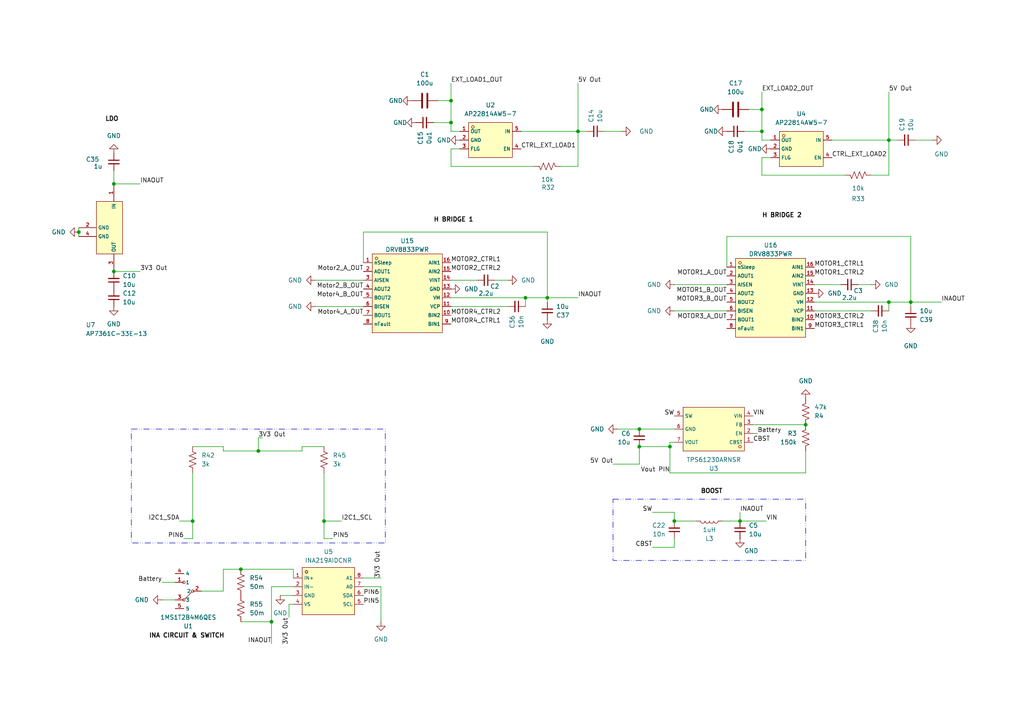
<source format=kicad_sch>
(kicad_sch
	(version 20250114)
	(generator "eeschema")
	(generator_version "9.0")
	(uuid "8c9f5f85-2231-46ae-a1da-2a24f0d569d2")
	(paper "A4")
	(title_block
		(title "MICROMOUSE PWR BOARD")
		(date "2025/03/16")
		(company "University Of Cape Town")
		(comment 3 "YNKMAY001")
		(comment 4 "May Yuan-Klitzner")
	)
	(lib_symbols
		(symbol "1MS1T2B4M6QES_JLCPCB:1MS1T2B4M6QES"
			(exclude_from_sim no)
			(in_bom yes)
			(on_board yes)
			(property "Reference" "U"
				(at 0 1.27 0)
				(effects
					(font
						(size 1.27 1.27)
					)
				)
			)
			(property "Value" "1MS1T2B4M6QES"
				(at 0 -2.54 0)
				(effects
					(font
						(size 1.27 1.27)
					)
				)
			)
			(property "Footprint" "footprint:SW-TH_1MS1T2B4M6QES"
				(at 0 -10.16 0)
				(effects
					(font
						(size 1.27 1.27)
						(italic yes)
					)
					(hide yes)
				)
			)
			(property "Datasheet" "https://item.szlcsc.com/566382.html"
				(at -2.286 0.127 0)
				(effects
					(font
						(size 1.27 1.27)
					)
					(justify left)
					(hide yes)
				)
			)
			(property "Description" ""
				(at 0 0 0)
				(effects
					(font
						(size 1.27 1.27)
					)
					(hide yes)
				)
			)
			(property "LCSC" "C545199"
				(at 0 0 0)
				(effects
					(font
						(size 1.27 1.27)
					)
					(hide yes)
				)
			)
			(property "ki_keywords" "C545199"
				(at 0 0 0)
				(effects
					(font
						(size 1.27 1.27)
					)
					(hide yes)
				)
			)
			(symbol "1MS1T2B4M6QES_0_1"
				(circle
					(center -2.54 0)
					(radius 0.381)
					(stroke
						(width 0)
						(type default)
					)
					(fill
						(type background)
					)
				)
				(circle
					(center 0 2.54)
					(radius 0.381)
					(stroke
						(width 0)
						(type default)
					)
					(fill
						(type background)
					)
				)
				(polyline
					(pts
						(xy 0.254 2.286) (xy 2.286 0.254)
					)
					(stroke
						(width 0)
						(type default)
					)
					(fill
						(type none)
					)
				)
				(circle
					(center 2.54 0)
					(radius 0.381)
					(stroke
						(width 0)
						(type default)
					)
					(fill
						(type background)
					)
				)
				(pin unspecified line
					(at -5.08 -2.54 90)
					(length 2.54)
					(name "4"
						(effects
							(font
								(size 1 1)
							)
						)
					)
					(number "4"
						(effects
							(font
								(size 1 1)
							)
						)
					)
				)
				(pin unspecified line
					(at -2.54 -2.54 90)
					(length 2.54)
					(name "1"
						(effects
							(font
								(size 1 1)
							)
						)
					)
					(number "1"
						(effects
							(font
								(size 1 1)
							)
						)
					)
				)
				(pin unspecified line
					(at 0 5.08 270)
					(length 2.54)
					(name "2"
						(effects
							(font
								(size 1 1)
							)
						)
					)
					(number "2"
						(effects
							(font
								(size 1 1)
							)
						)
					)
				)
				(pin unspecified line
					(at 2.54 -2.54 90)
					(length 2.54)
					(name "3"
						(effects
							(font
								(size 1 1)
							)
						)
					)
					(number "3"
						(effects
							(font
								(size 1 1)
							)
						)
					)
				)
				(pin unspecified line
					(at 5.08 -2.54 90)
					(length 2.54)
					(name "5"
						(effects
							(font
								(size 1 1)
							)
						)
					)
					(number "5"
						(effects
							(font
								(size 1 1)
							)
						)
					)
				)
			)
			(embedded_fonts no)
		)
		(symbol "AP22814AW5-7:AP22814AW5-7"
			(exclude_from_sim no)
			(in_bom yes)
			(on_board yes)
			(property "Reference" "U"
				(at 0 1.27 0)
				(effects
					(font
						(size 1.27 1.27)
					)
				)
			)
			(property "Value" "AP22814AW5-7"
				(at 0 -2.54 0)
				(effects
					(font
						(size 1.27 1.27)
					)
				)
			)
			(property "Footprint" "footprint:SOT-25_L3.0-W1.6-P0.95-LS2.8-BL"
				(at 0 -10.16 0)
				(effects
					(font
						(size 1.27 1.27)
						(italic yes)
					)
					(hide yes)
				)
			)
			(property "Datasheet" "https://item.szlcsc.com/464949.html"
				(at -2.286 0.127 0)
				(effects
					(font
						(size 1.27 1.27)
					)
					(justify left)
					(hide yes)
				)
			)
			(property "Description" ""
				(at 0 0 0)
				(effects
					(font
						(size 1.27 1.27)
					)
					(hide yes)
				)
			)
			(property "LCSC" "C2680321"
				(at 0 0 0)
				(effects
					(font
						(size 1.27 1.27)
					)
					(hide yes)
				)
			)
			(property "ki_keywords" "C2680321"
				(at 0 0 0)
				(effects
					(font
						(size 1.27 1.27)
					)
					(hide yes)
				)
			)
			(symbol "AP22814AW5-7_0_1"
				(rectangle
					(start -6.35 5.08)
					(end 6.35 -5.08)
					(stroke
						(width 0)
						(type default)
					)
					(fill
						(type background)
					)
				)
				(circle
					(center -5.08 3.81)
					(radius 0.381)
					(stroke
						(width 0)
						(type default)
					)
					(fill
						(type background)
					)
				)
				(pin unspecified line
					(at -8.89 2.54 0)
					(length 2.54)
					(name "OUT"
						(effects
							(font
								(size 1 1)
							)
						)
					)
					(number "1"
						(effects
							(font
								(size 1 1)
							)
						)
					)
				)
				(pin unspecified line
					(at -8.89 0 0)
					(length 2.54)
					(name "GND"
						(effects
							(font
								(size 1 1)
							)
						)
					)
					(number "2"
						(effects
							(font
								(size 1 1)
							)
						)
					)
				)
				(pin unspecified line
					(at -8.89 -2.54 0)
					(length 2.54)
					(name "FLG"
						(effects
							(font
								(size 1 1)
							)
						)
					)
					(number "3"
						(effects
							(font
								(size 1 1)
							)
						)
					)
				)
				(pin unspecified line
					(at 8.89 2.54 180)
					(length 2.54)
					(name "IN"
						(effects
							(font
								(size 1 1)
							)
						)
					)
					(number "5"
						(effects
							(font
								(size 1 1)
							)
						)
					)
				)
				(pin unspecified line
					(at 8.89 -2.54 180)
					(length 2.54)
					(name "EN"
						(effects
							(font
								(size 1 1)
							)
						)
					)
					(number "4"
						(effects
							(font
								(size 1 1)
							)
						)
					)
				)
			)
			(embedded_fonts no)
		)
		(symbol "AP7361C-33E-13_JLCPCB:AP7361C-33E-13"
			(exclude_from_sim no)
			(in_bom yes)
			(on_board yes)
			(property "Reference" "U"
				(at 0 1.27 0)
				(effects
					(font
						(size 1.27 1.27)
					)
				)
			)
			(property "Value" "AP7361C-33E-13"
				(at 0 -2.54 0)
				(effects
					(font
						(size 1.27 1.27)
					)
				)
			)
			(property "Footprint" "footprint:SOT-223_L6.5-W3.5-P2.30-LS7.0-BR"
				(at 0 -10.16 0)
				(effects
					(font
						(size 1.27 1.27)
						(italic yes)
					)
					(hide yes)
				)
			)
			(property "Datasheet" "https://item.szlcsc.com/109711.html"
				(at -2.286 0.127 0)
				(effects
					(font
						(size 1.27 1.27)
					)
					(justify left)
					(hide yes)
				)
			)
			(property "Description" ""
				(at 0 0 0)
				(effects
					(font
						(size 1.27 1.27)
					)
					(hide yes)
				)
			)
			(property "LCSC" "C500795"
				(at 0 0 0)
				(effects
					(font
						(size 1.27 1.27)
					)
					(hide yes)
				)
			)
			(property "ki_keywords" "C500795"
				(at 0 0 0)
				(effects
					(font
						(size 1.27 1.27)
					)
					(hide yes)
				)
			)
			(symbol "AP7361C-33E-13_0_1"
				(rectangle
					(start -7.62 5.08)
					(end 7.62 -2.54)
					(stroke
						(width 0)
						(type default)
					)
					(fill
						(type background)
					)
				)
				(pin power_in line
					(at -12.7 2.54 0)
					(length 5.08)
					(name "IN"
						(effects
							(font
								(size 1 1)
							)
						)
					)
					(number "1"
						(effects
							(font
								(size 1 1)
							)
						)
					)
				)
				(pin power_in line
					(at 0 -7.62 90)
					(length 5.08)
					(name "GND"
						(effects
							(font
								(size 1 1)
							)
						)
					)
					(number "2"
						(effects
							(font
								(size 1 1)
							)
						)
					)
				)
				(pin power_in line
					(at 2.54 -7.62 90)
					(length 5.08)
					(name "GND"
						(effects
							(font
								(size 1 1)
							)
						)
					)
					(number "4"
						(effects
							(font
								(size 1 1)
							)
						)
					)
				)
				(pin power_in line
					(at 12.7 2.54 180)
					(length 5.08)
					(name "OUT"
						(effects
							(font
								(size 1 1)
							)
						)
					)
					(number "3"
						(effects
							(font
								(size 1 1)
							)
						)
					)
				)
			)
			(embedded_fonts no)
		)
		(symbol "DRV8833PWR:DRV8833PWR"
			(exclude_from_sim no)
			(in_bom yes)
			(on_board yes)
			(property "Reference" "U"
				(at 0 1.27 0)
				(effects
					(font
						(size 1.27 1.27)
					)
				)
			)
			(property "Value" "DRV8833PWR"
				(at 0 -2.54 0)
				(effects
					(font
						(size 1.27 1.27)
					)
				)
			)
			(property "Footprint" "footprint:TSSOP-16_L5.0-W4.4-P0.65-LS6.4-BL"
				(at 0 -10.16 0)
				(effects
					(font
						(size 1.27 1.27)
						(italic yes)
					)
					(hide yes)
				)
			)
			(property "Datasheet" "https://item.szlcsc.com/6534.html"
				(at -2.286 0.127 0)
				(effects
					(font
						(size 1.27 1.27)
					)
					(justify left)
					(hide yes)
				)
			)
			(property "Description" ""
				(at 0 0 0)
				(effects
					(font
						(size 1.27 1.27)
					)
					(hide yes)
				)
			)
			(property "LCSC" "C544801"
				(at 0 0 0)
				(effects
					(font
						(size 1.27 1.27)
					)
					(hide yes)
				)
			)
			(property "ki_keywords" "C544801"
				(at 0 0 0)
				(effects
					(font
						(size 1.27 1.27)
					)
					(hide yes)
				)
			)
			(symbol "DRV8833PWR_0_1"
				(rectangle
					(start -10.16 11.43)
					(end 10.16 -11.43)
					(stroke
						(width 0)
						(type default)
					)
					(fill
						(type background)
					)
				)
				(circle
					(center -8.89 10.16)
					(radius 0.381)
					(stroke
						(width 0)
						(type default)
					)
					(fill
						(type background)
					)
				)
				(pin unspecified line
					(at -12.7 8.89 0)
					(length 2.54)
					(name "nSleep"
						(effects
							(font
								(size 1 1)
							)
						)
					)
					(number "1"
						(effects
							(font
								(size 1 1)
							)
						)
					)
				)
				(pin unspecified line
					(at -12.7 6.35 0)
					(length 2.54)
					(name "AOUT1"
						(effects
							(font
								(size 1 1)
							)
						)
					)
					(number "2"
						(effects
							(font
								(size 1 1)
							)
						)
					)
				)
				(pin unspecified line
					(at -12.7 3.81 0)
					(length 2.54)
					(name "AISEN"
						(effects
							(font
								(size 1 1)
							)
						)
					)
					(number "3"
						(effects
							(font
								(size 1 1)
							)
						)
					)
				)
				(pin unspecified line
					(at -12.7 1.27 0)
					(length 2.54)
					(name "AOUT2"
						(effects
							(font
								(size 1 1)
							)
						)
					)
					(number "4"
						(effects
							(font
								(size 1 1)
							)
						)
					)
				)
				(pin unspecified line
					(at -12.7 -1.27 0)
					(length 2.54)
					(name "BOUT2"
						(effects
							(font
								(size 1 1)
							)
						)
					)
					(number "5"
						(effects
							(font
								(size 1 1)
							)
						)
					)
				)
				(pin unspecified line
					(at -12.7 -3.81 0)
					(length 2.54)
					(name "BISEN"
						(effects
							(font
								(size 1 1)
							)
						)
					)
					(number "6"
						(effects
							(font
								(size 1 1)
							)
						)
					)
				)
				(pin unspecified line
					(at -12.7 -6.35 0)
					(length 2.54)
					(name "BOUT1"
						(effects
							(font
								(size 1 1)
							)
						)
					)
					(number "7"
						(effects
							(font
								(size 1 1)
							)
						)
					)
				)
				(pin unspecified line
					(at -12.7 -8.89 0)
					(length 2.54)
					(name "nFault"
						(effects
							(font
								(size 1 1)
							)
						)
					)
					(number "8"
						(effects
							(font
								(size 1 1)
							)
						)
					)
				)
				(pin unspecified line
					(at 12.7 8.89 180)
					(length 2.54)
					(name "AIN1"
						(effects
							(font
								(size 1 1)
							)
						)
					)
					(number "16"
						(effects
							(font
								(size 1 1)
							)
						)
					)
				)
				(pin unspecified line
					(at 12.7 6.35 180)
					(length 2.54)
					(name "AIN2"
						(effects
							(font
								(size 1 1)
							)
						)
					)
					(number "15"
						(effects
							(font
								(size 1 1)
							)
						)
					)
				)
				(pin unspecified line
					(at 12.7 3.81 180)
					(length 2.54)
					(name "VINT"
						(effects
							(font
								(size 1 1)
							)
						)
					)
					(number "14"
						(effects
							(font
								(size 1 1)
							)
						)
					)
				)
				(pin unspecified line
					(at 12.7 1.27 180)
					(length 2.54)
					(name "GND"
						(effects
							(font
								(size 1 1)
							)
						)
					)
					(number "13"
						(effects
							(font
								(size 1 1)
							)
						)
					)
				)
				(pin unspecified line
					(at 12.7 -1.27 180)
					(length 2.54)
					(name "VM"
						(effects
							(font
								(size 1 1)
							)
						)
					)
					(number "12"
						(effects
							(font
								(size 1 1)
							)
						)
					)
				)
				(pin unspecified line
					(at 12.7 -3.81 180)
					(length 2.54)
					(name "VCP"
						(effects
							(font
								(size 1 1)
							)
						)
					)
					(number "11"
						(effects
							(font
								(size 1 1)
							)
						)
					)
				)
				(pin unspecified line
					(at 12.7 -6.35 180)
					(length 2.54)
					(name "BIN2"
						(effects
							(font
								(size 1 1)
							)
						)
					)
					(number "10"
						(effects
							(font
								(size 1 1)
							)
						)
					)
				)
				(pin unspecified line
					(at 12.7 -8.89 180)
					(length 2.54)
					(name "BIN1"
						(effects
							(font
								(size 1 1)
							)
						)
					)
					(number "9"
						(effects
							(font
								(size 1 1)
							)
						)
					)
				)
			)
			(embedded_fonts no)
		)
		(symbol "Device:C"
			(pin_numbers
				(hide yes)
			)
			(pin_names
				(offset 0.254)
			)
			(exclude_from_sim no)
			(in_bom yes)
			(on_board yes)
			(property "Reference" "C"
				(at 0.635 2.54 0)
				(effects
					(font
						(size 1.27 1.27)
					)
					(justify left)
				)
			)
			(property "Value" "C"
				(at 0.635 -2.54 0)
				(effects
					(font
						(size 1.27 1.27)
					)
					(justify left)
				)
			)
			(property "Footprint" ""
				(at 0.9652 -3.81 0)
				(effects
					(font
						(size 1.27 1.27)
					)
					(hide yes)
				)
			)
			(property "Datasheet" "~"
				(at 0 0 0)
				(effects
					(font
						(size 1.27 1.27)
					)
					(hide yes)
				)
			)
			(property "Description" "Unpolarized capacitor"
				(at 0 0 0)
				(effects
					(font
						(size 1.27 1.27)
					)
					(hide yes)
				)
			)
			(property "ki_keywords" "cap capacitor"
				(at 0 0 0)
				(effects
					(font
						(size 1.27 1.27)
					)
					(hide yes)
				)
			)
			(property "ki_fp_filters" "C_*"
				(at 0 0 0)
				(effects
					(font
						(size 1.27 1.27)
					)
					(hide yes)
				)
			)
			(symbol "C_0_1"
				(polyline
					(pts
						(xy -2.032 0.762) (xy 2.032 0.762)
					)
					(stroke
						(width 0.508)
						(type default)
					)
					(fill
						(type none)
					)
				)
				(polyline
					(pts
						(xy -2.032 -0.762) (xy 2.032 -0.762)
					)
					(stroke
						(width 0.508)
						(type default)
					)
					(fill
						(type none)
					)
				)
			)
			(symbol "C_1_1"
				(pin passive line
					(at 0 3.81 270)
					(length 2.794)
					(name "~"
						(effects
							(font
								(size 1.27 1.27)
							)
						)
					)
					(number "1"
						(effects
							(font
								(size 1.27 1.27)
							)
						)
					)
				)
				(pin passive line
					(at 0 -3.81 90)
					(length 2.794)
					(name "~"
						(effects
							(font
								(size 1.27 1.27)
							)
						)
					)
					(number "2"
						(effects
							(font
								(size 1.27 1.27)
							)
						)
					)
				)
			)
			(embedded_fonts no)
		)
		(symbol "Device:C_Small"
			(pin_numbers
				(hide yes)
			)
			(pin_names
				(offset 0.254)
				(hide yes)
			)
			(exclude_from_sim no)
			(in_bom yes)
			(on_board yes)
			(property "Reference" "C"
				(at 0.254 1.778 0)
				(effects
					(font
						(size 1.27 1.27)
					)
					(justify left)
				)
			)
			(property "Value" "C_Small"
				(at 0.254 -2.032 0)
				(effects
					(font
						(size 1.27 1.27)
					)
					(justify left)
				)
			)
			(property "Footprint" ""
				(at 0 0 0)
				(effects
					(font
						(size 1.27 1.27)
					)
					(hide yes)
				)
			)
			(property "Datasheet" "~"
				(at 0 0 0)
				(effects
					(font
						(size 1.27 1.27)
					)
					(hide yes)
				)
			)
			(property "Description" "Unpolarized capacitor, small symbol"
				(at 0 0 0)
				(effects
					(font
						(size 1.27 1.27)
					)
					(hide yes)
				)
			)
			(property "ki_keywords" "capacitor cap"
				(at 0 0 0)
				(effects
					(font
						(size 1.27 1.27)
					)
					(hide yes)
				)
			)
			(property "ki_fp_filters" "C_*"
				(at 0 0 0)
				(effects
					(font
						(size 1.27 1.27)
					)
					(hide yes)
				)
			)
			(symbol "C_Small_0_1"
				(polyline
					(pts
						(xy -1.524 0.508) (xy 1.524 0.508)
					)
					(stroke
						(width 0.3048)
						(type default)
					)
					(fill
						(type none)
					)
				)
				(polyline
					(pts
						(xy -1.524 -0.508) (xy 1.524 -0.508)
					)
					(stroke
						(width 0.3302)
						(type default)
					)
					(fill
						(type none)
					)
				)
			)
			(symbol "C_Small_1_1"
				(pin passive line
					(at 0 2.54 270)
					(length 2.032)
					(name "~"
						(effects
							(font
								(size 1.27 1.27)
							)
						)
					)
					(number "1"
						(effects
							(font
								(size 1.27 1.27)
							)
						)
					)
				)
				(pin passive line
					(at 0 -2.54 90)
					(length 2.032)
					(name "~"
						(effects
							(font
								(size 1.27 1.27)
							)
						)
					)
					(number "2"
						(effects
							(font
								(size 1.27 1.27)
							)
						)
					)
				)
			)
			(embedded_fonts no)
		)
		(symbol "Device:L"
			(pin_numbers
				(hide yes)
			)
			(pin_names
				(offset 1.016)
				(hide yes)
			)
			(exclude_from_sim no)
			(in_bom yes)
			(on_board yes)
			(property "Reference" "L"
				(at -1.27 0 90)
				(effects
					(font
						(size 1.27 1.27)
					)
				)
			)
			(property "Value" "L"
				(at 1.905 0 90)
				(effects
					(font
						(size 1.27 1.27)
					)
				)
			)
			(property "Footprint" ""
				(at 0 0 0)
				(effects
					(font
						(size 1.27 1.27)
					)
					(hide yes)
				)
			)
			(property "Datasheet" "~"
				(at 0 0 0)
				(effects
					(font
						(size 1.27 1.27)
					)
					(hide yes)
				)
			)
			(property "Description" "Inductor"
				(at 0 0 0)
				(effects
					(font
						(size 1.27 1.27)
					)
					(hide yes)
				)
			)
			(property "ki_keywords" "inductor choke coil reactor magnetic"
				(at 0 0 0)
				(effects
					(font
						(size 1.27 1.27)
					)
					(hide yes)
				)
			)
			(property "ki_fp_filters" "Choke_* *Coil* Inductor_* L_*"
				(at 0 0 0)
				(effects
					(font
						(size 1.27 1.27)
					)
					(hide yes)
				)
			)
			(symbol "L_0_1"
				(arc
					(start 0 2.54)
					(mid 0.6323 1.905)
					(end 0 1.27)
					(stroke
						(width 0)
						(type default)
					)
					(fill
						(type none)
					)
				)
				(arc
					(start 0 1.27)
					(mid 0.6323 0.635)
					(end 0 0)
					(stroke
						(width 0)
						(type default)
					)
					(fill
						(type none)
					)
				)
				(arc
					(start 0 0)
					(mid 0.6323 -0.635)
					(end 0 -1.27)
					(stroke
						(width 0)
						(type default)
					)
					(fill
						(type none)
					)
				)
				(arc
					(start 0 -1.27)
					(mid 0.6323 -1.905)
					(end 0 -2.54)
					(stroke
						(width 0)
						(type default)
					)
					(fill
						(type none)
					)
				)
			)
			(symbol "L_1_1"
				(pin passive line
					(at 0 3.81 270)
					(length 1.27)
					(name "1"
						(effects
							(font
								(size 1.27 1.27)
							)
						)
					)
					(number "1"
						(effects
							(font
								(size 1.27 1.27)
							)
						)
					)
				)
				(pin passive line
					(at 0 -3.81 90)
					(length 1.27)
					(name "2"
						(effects
							(font
								(size 1.27 1.27)
							)
						)
					)
					(number "2"
						(effects
							(font
								(size 1.27 1.27)
							)
						)
					)
				)
			)
			(embedded_fonts no)
		)
		(symbol "Device:R_US"
			(pin_numbers
				(hide yes)
			)
			(pin_names
				(offset 0)
			)
			(exclude_from_sim no)
			(in_bom yes)
			(on_board yes)
			(property "Reference" "R"
				(at 2.54 0 90)
				(effects
					(font
						(size 1.27 1.27)
					)
				)
			)
			(property "Value" "R_US"
				(at -2.54 0 90)
				(effects
					(font
						(size 1.27 1.27)
					)
				)
			)
			(property "Footprint" ""
				(at 1.016 -0.254 90)
				(effects
					(font
						(size 1.27 1.27)
					)
					(hide yes)
				)
			)
			(property "Datasheet" "~"
				(at 0 0 0)
				(effects
					(font
						(size 1.27 1.27)
					)
					(hide yes)
				)
			)
			(property "Description" "Resistor, US symbol"
				(at 0 0 0)
				(effects
					(font
						(size 1.27 1.27)
					)
					(hide yes)
				)
			)
			(property "ki_keywords" "R res resistor"
				(at 0 0 0)
				(effects
					(font
						(size 1.27 1.27)
					)
					(hide yes)
				)
			)
			(property "ki_fp_filters" "R_*"
				(at 0 0 0)
				(effects
					(font
						(size 1.27 1.27)
					)
					(hide yes)
				)
			)
			(symbol "R_US_0_1"
				(polyline
					(pts
						(xy 0 2.286) (xy 0 2.54)
					)
					(stroke
						(width 0)
						(type default)
					)
					(fill
						(type none)
					)
				)
				(polyline
					(pts
						(xy 0 2.286) (xy 1.016 1.905) (xy 0 1.524) (xy -1.016 1.143) (xy 0 0.762)
					)
					(stroke
						(width 0)
						(type default)
					)
					(fill
						(type none)
					)
				)
				(polyline
					(pts
						(xy 0 0.762) (xy 1.016 0.381) (xy 0 0) (xy -1.016 -0.381) (xy 0 -0.762)
					)
					(stroke
						(width 0)
						(type default)
					)
					(fill
						(type none)
					)
				)
				(polyline
					(pts
						(xy 0 -0.762) (xy 1.016 -1.143) (xy 0 -1.524) (xy -1.016 -1.905) (xy 0 -2.286)
					)
					(stroke
						(width 0)
						(type default)
					)
					(fill
						(type none)
					)
				)
				(polyline
					(pts
						(xy 0 -2.286) (xy 0 -2.54)
					)
					(stroke
						(width 0)
						(type default)
					)
					(fill
						(type none)
					)
				)
			)
			(symbol "R_US_1_1"
				(pin passive line
					(at 0 3.81 270)
					(length 1.27)
					(name "~"
						(effects
							(font
								(size 1.27 1.27)
							)
						)
					)
					(number "1"
						(effects
							(font
								(size 1.27 1.27)
							)
						)
					)
				)
				(pin passive line
					(at 0 -3.81 90)
					(length 1.27)
					(name "~"
						(effects
							(font
								(size 1.27 1.27)
							)
						)
					)
					(number "2"
						(effects
							(font
								(size 1.27 1.27)
							)
						)
					)
				)
			)
			(embedded_fonts no)
		)
		(symbol "INA219AIDCNR_JLCPCB:INA219AIDCNR"
			(exclude_from_sim no)
			(in_bom yes)
			(on_board yes)
			(property "Reference" "U"
				(at 0 1.27 0)
				(effects
					(font
						(size 1.27 1.27)
					)
				)
			)
			(property "Value" "INA219AIDCNR"
				(at 0 -2.54 0)
				(effects
					(font
						(size 1.27 1.27)
					)
				)
			)
			(property "Footprint" "footprint:SOT-23-8_L3.0-W1.7-P0.65-LS2.8-BR"
				(at 0 -10.16 0)
				(effects
					(font
						(size 1.27 1.27)
						(italic yes)
					)
					(hide yes)
				)
			)
			(property "Datasheet" "https://item.szlcsc.com/155588.html"
				(at -2.286 0.127 0)
				(effects
					(font
						(size 1.27 1.27)
					)
					(justify left)
					(hide yes)
				)
			)
			(property "Description" ""
				(at 0 0 0)
				(effects
					(font
						(size 1.27 1.27)
					)
					(hide yes)
				)
			)
			(property "LCSC" "C87469"
				(at 0 0 0)
				(effects
					(font
						(size 1.27 1.27)
					)
					(hide yes)
				)
			)
			(property "ki_keywords" "C87469"
				(at 0 0 0)
				(effects
					(font
						(size 1.27 1.27)
					)
					(hide yes)
				)
			)
			(symbol "INA219AIDCNR_0_1"
				(rectangle
					(start -7.62 6.858)
					(end 7.62 -6.858)
					(stroke
						(width 0)
						(type default)
					)
					(fill
						(type background)
					)
				)
				(circle
					(center -6.35 5.588)
					(radius 0.381)
					(stroke
						(width 0)
						(type default)
					)
					(fill
						(type background)
					)
				)
				(circle
					(center -6.35 5.588)
					(radius 0.381)
					(stroke
						(width 0)
						(type default)
					)
					(fill
						(type background)
					)
				)
				(pin unspecified line
					(at -10.16 3.81 0)
					(length 2.54)
					(name "IN+"
						(effects
							(font
								(size 1 1)
							)
						)
					)
					(number "1"
						(effects
							(font
								(size 1 1)
							)
						)
					)
				)
				(pin unspecified line
					(at -10.16 1.27 0)
					(length 2.54)
					(name "IN-"
						(effects
							(font
								(size 1 1)
							)
						)
					)
					(number "2"
						(effects
							(font
								(size 1 1)
							)
						)
					)
				)
				(pin unspecified line
					(at -10.16 -1.27 0)
					(length 2.54)
					(name "GND"
						(effects
							(font
								(size 1 1)
							)
						)
					)
					(number "3"
						(effects
							(font
								(size 1 1)
							)
						)
					)
				)
				(pin unspecified line
					(at -10.16 -3.81 0)
					(length 2.54)
					(name "VS"
						(effects
							(font
								(size 1 1)
							)
						)
					)
					(number "4"
						(effects
							(font
								(size 1 1)
							)
						)
					)
				)
				(pin unspecified line
					(at 10.16 3.81 180)
					(length 2.54)
					(name "A1"
						(effects
							(font
								(size 1 1)
							)
						)
					)
					(number "8"
						(effects
							(font
								(size 1 1)
							)
						)
					)
				)
				(pin unspecified line
					(at 10.16 1.27 180)
					(length 2.54)
					(name "A0"
						(effects
							(font
								(size 1 1)
							)
						)
					)
					(number "7"
						(effects
							(font
								(size 1 1)
							)
						)
					)
				)
				(pin unspecified line
					(at 10.16 -1.27 180)
					(length 2.54)
					(name "SDA"
						(effects
							(font
								(size 1 1)
							)
						)
					)
					(number "6"
						(effects
							(font
								(size 1 1)
							)
						)
					)
				)
				(pin unspecified line
					(at 10.16 -3.81 180)
					(length 2.54)
					(name "SCL"
						(effects
							(font
								(size 1 1)
							)
						)
					)
					(number "5"
						(effects
							(font
								(size 1 1)
							)
						)
					)
				)
			)
			(embedded_fonts no)
		)
		(symbol "JLCPCB_new_booster:TPS61230ARNSR"
			(exclude_from_sim no)
			(in_bom yes)
			(on_board yes)
			(property "Reference" "U"
				(at 0 1.27 0)
				(effects
					(font
						(size 1.27 1.27)
					)
				)
			)
			(property "Value" "TPS61230ARNSR"
				(at 0 -2.54 0)
				(effects
					(font
						(size 1.27 1.27)
					)
				)
			)
			(property "Footprint" "footprint:VQFN-7_L2.1-W2.1-P0.50-BL"
				(at 0 -10.16 0)
				(effects
					(font
						(size 1.27 1.27)
						(italic yes)
					)
					(hide yes)
				)
			)
			(property "Datasheet" "https://www.ti.com/cn/lit/ds/symlink/tps61230a.pdf?ts=1640251349317"
				(at -2.286 0.127 0)
				(effects
					(font
						(size 1.27 1.27)
					)
					(justify left)
					(hide yes)
				)
			)
			(property "Description" ""
				(at 0 0 0)
				(effects
					(font
						(size 1.27 1.27)
					)
					(hide yes)
				)
			)
			(property "LCSC" "C376005"
				(at 0 0 0)
				(effects
					(font
						(size 1.27 1.27)
					)
					(hide yes)
				)
			)
			(property "ki_keywords" "C376005"
				(at 0 0 0)
				(effects
					(font
						(size 1.27 1.27)
					)
					(hide yes)
				)
			)
			(symbol "TPS61230ARNSR_0_1"
				(rectangle
					(start -8.89 6.35)
					(end 8.89 -6.35)
					(stroke
						(width 0)
						(type default)
					)
					(fill
						(type background)
					)
				)
				(circle
					(center -7.62 5.08)
					(radius 0.381)
					(stroke
						(width 0)
						(type default)
					)
					(fill
						(type background)
					)
				)
				(pin unspecified line
					(at -11.43 3.81 0)
					(length 2.54)
					(name "CBST"
						(effects
							(font
								(size 1 1)
							)
						)
					)
					(number "1"
						(effects
							(font
								(size 1 1)
							)
						)
					)
				)
				(pin unspecified line
					(at -11.43 1.27 0)
					(length 2.54)
					(name "EN"
						(effects
							(font
								(size 1 1)
							)
						)
					)
					(number "2"
						(effects
							(font
								(size 1 1)
							)
						)
					)
				)
				(pin unspecified line
					(at -11.43 -1.27 0)
					(length 2.54)
					(name "FB"
						(effects
							(font
								(size 1 1)
							)
						)
					)
					(number "3"
						(effects
							(font
								(size 1 1)
							)
						)
					)
				)
				(pin unspecified line
					(at -11.43 -3.81 0)
					(length 2.54)
					(name "VIN"
						(effects
							(font
								(size 1 1)
							)
						)
					)
					(number "4"
						(effects
							(font
								(size 1 1)
							)
						)
					)
				)
				(pin unspecified line
					(at 11.43 3.81 180)
					(length 2.54)
					(name "VOUT"
						(effects
							(font
								(size 1 1)
							)
						)
					)
					(number "7"
						(effects
							(font
								(size 1 1)
							)
						)
					)
				)
				(pin unspecified line
					(at 11.43 0 180)
					(length 2.54)
					(name "GND"
						(effects
							(font
								(size 1 1)
							)
						)
					)
					(number "6"
						(effects
							(font
								(size 1 1)
							)
						)
					)
				)
				(pin unspecified line
					(at 11.43 -3.81 180)
					(length 2.54)
					(name "SW"
						(effects
							(font
								(size 1 1)
							)
						)
					)
					(number "5"
						(effects
							(font
								(size 1 1)
							)
						)
					)
				)
			)
			(embedded_fonts no)
		)
		(symbol "power:GND"
			(power)
			(pin_numbers
				(hide yes)
			)
			(pin_names
				(offset 0)
				(hide yes)
			)
			(exclude_from_sim no)
			(in_bom yes)
			(on_board yes)
			(property "Reference" "#PWR"
				(at 0 -6.35 0)
				(effects
					(font
						(size 1.27 1.27)
					)
					(hide yes)
				)
			)
			(property "Value" "GND"
				(at 0 -3.81 0)
				(effects
					(font
						(size 1.27 1.27)
					)
				)
			)
			(property "Footprint" ""
				(at 0 0 0)
				(effects
					(font
						(size 1.27 1.27)
					)
					(hide yes)
				)
			)
			(property "Datasheet" ""
				(at 0 0 0)
				(effects
					(font
						(size 1.27 1.27)
					)
					(hide yes)
				)
			)
			(property "Description" "Power symbol creates a global label with name \"GND\" , ground"
				(at 0 0 0)
				(effects
					(font
						(size 1.27 1.27)
					)
					(hide yes)
				)
			)
			(property "ki_keywords" "global power"
				(at 0 0 0)
				(effects
					(font
						(size 1.27 1.27)
					)
					(hide yes)
				)
			)
			(symbol "GND_0_1"
				(polyline
					(pts
						(xy 0 0) (xy 0 -1.27) (xy 1.27 -1.27) (xy 0 -2.54) (xy -1.27 -1.27) (xy 0 -1.27)
					)
					(stroke
						(width 0)
						(type default)
					)
					(fill
						(type none)
					)
				)
			)
			(symbol "GND_1_1"
				(pin power_in line
					(at 0 0 270)
					(length 0)
					(name "~"
						(effects
							(font
								(size 1.27 1.27)
							)
						)
					)
					(number "1"
						(effects
							(font
								(size 1.27 1.27)
							)
						)
					)
				)
			)
			(embedded_fonts no)
		)
	)
	(rectangle
		(start 38.1 124.46)
		(end 111.76 157.48)
		(stroke
			(width 0)
			(type dash_dot_dot)
		)
		(fill
			(type none)
		)
		(uuid 81d1a15c-083e-4c3d-8231-8b5a466f8434)
	)
	(rectangle
		(start 177.8 144.78)
		(end 233.68 162.56)
		(stroke
			(width 0)
			(type dash_dot_dot)
		)
		(fill
			(type none)
		)
		(uuid e5fa8b40-594e-4a2b-a058-f1219c226553)
	)
	(junction
		(at 194.31 129.54)
		(diameter 0)
		(color 0 0 0 0)
		(uuid "1e29535a-1c30-4fa5-88f3-5d7699743aef")
	)
	(junction
		(at 33.02 78.74)
		(diameter 0)
		(color 0 0 0 0)
		(uuid "23afb940-dc37-44cd-ac8c-78fd77b5e3c5")
	)
	(junction
		(at 257.81 87.63)
		(diameter 0)
		(color 0 0 0 0)
		(uuid "373d8420-6e9b-445e-a232-2fce0b0aa6de")
	)
	(junction
		(at 264.16 87.63)
		(diameter 0)
		(color 0 0 0 0)
		(uuid "39e8a4f9-7010-49bc-8e7f-6e16c7c13530")
	)
	(junction
		(at 22.86 67.31)
		(diameter 0)
		(color 0 0 0 0)
		(uuid "3e32b6d6-81d5-47fa-9082-0220cdc0520a")
	)
	(junction
		(at 195.58 151.13)
		(diameter 0)
		(color 0 0 0 0)
		(uuid "46bc99a5-3d37-4500-9155-4834984c1b64")
	)
	(junction
		(at 93.98 151.13)
		(diameter 0)
		(color 0 0 0 0)
		(uuid "4a28014d-6d9f-4a16-ae36-f4a81406ee7b")
	)
	(junction
		(at 233.68 123.19)
		(diameter 0)
		(color 0 0 0 0)
		(uuid "4dc3c4b7-01f2-4b20-a4b6-5b2cb74cba22")
	)
	(junction
		(at 33.02 53.34)
		(diameter 0)
		(color 0 0 0 0)
		(uuid "55479792-e0e0-4859-a6aa-b363eabdb534")
	)
	(junction
		(at 257.81 40.64)
		(diameter 0)
		(color 0 0 0 0)
		(uuid "5dab5553-b3a2-494e-bd36-78a67874d0eb")
	)
	(junction
		(at 185.42 124.46)
		(diameter 0)
		(color 0 0 0 0)
		(uuid "68fa8221-87c9-400e-b884-9ed722feaf85")
	)
	(junction
		(at 185.42 129.54)
		(diameter 0)
		(color 0 0 0 0)
		(uuid "7addce0d-a911-49d5-96e1-cdf36b6659c0")
	)
	(junction
		(at 220.98 31.75)
		(diameter 0)
		(color 0 0 0 0)
		(uuid "99056e23-cf45-43b2-a094-da8ff3cdfdf4")
	)
	(junction
		(at 55.88 151.13)
		(diameter 0)
		(color 0 0 0 0)
		(uuid "a131da52-a9de-4541-80e9-6e6698109f16")
	)
	(junction
		(at 74.93 130.81)
		(diameter 0)
		(color 0 0 0 0)
		(uuid "a4806c91-1d85-4bf1-a9ec-bebbe57b6ead")
	)
	(junction
		(at 69.85 165.1)
		(diameter 0)
		(color 0 0 0 0)
		(uuid "a49af016-7362-4790-a20e-da6eea9800ce")
	)
	(junction
		(at 214.63 151.13)
		(diameter 0)
		(color 0 0 0 0)
		(uuid "a5537aed-b8ec-4117-83fd-efc66fca0eb6")
	)
	(junction
		(at 167.64 38.1)
		(diameter 0)
		(color 0 0 0 0)
		(uuid "ae4324d9-50bc-4ba4-ac48-bf27aea1451d")
	)
	(junction
		(at 220.98 38.1)
		(diameter 0)
		(color 0 0 0 0)
		(uuid "dbf690d9-484f-4188-a211-2f08875145af")
	)
	(junction
		(at 78.74 180.34)
		(diameter 0)
		(color 0 0 0 0)
		(uuid "ec5d49ec-acd0-4bd9-bd32-e391b10d5119")
	)
	(junction
		(at 130.81 35.56)
		(diameter 0)
		(color 0 0 0 0)
		(uuid "edef7663-6c07-4a42-84bc-c88fd874513c")
	)
	(junction
		(at 158.75 86.36)
		(diameter 0)
		(color 0 0 0 0)
		(uuid "f5440fd0-0b6f-4b93-bf54-8e1455636fd3")
	)
	(junction
		(at 152.4 86.36)
		(diameter 0)
		(color 0 0 0 0)
		(uuid "f6f1a04f-d78a-4c0b-ad89-e66cd94db607")
	)
	(junction
		(at 130.81 29.21)
		(diameter 0)
		(color 0 0 0 0)
		(uuid "f84c775b-637d-47e9-bd3d-f06513f7edf8")
	)
	(wire
		(pts
			(xy 194.31 129.54) (xy 194.31 137.16)
		)
		(stroke
			(width 0)
			(type default)
		)
		(uuid "010c87b8-6e5e-45f1-8c5c-343989e9ed5b")
	)
	(wire
		(pts
			(xy 85.09 165.1) (xy 85.09 167.64)
		)
		(stroke
			(width 0)
			(type default)
		)
		(uuid "0163b84b-6fcc-4d16-a598-a0141bd14116")
	)
	(wire
		(pts
			(xy 127 29.21) (xy 130.81 29.21)
		)
		(stroke
			(width 0)
			(type default)
		)
		(uuid "0460de1c-db86-4849-bd2a-543f80d001a8")
	)
	(wire
		(pts
			(xy 264.16 87.63) (xy 273.05 87.63)
		)
		(stroke
			(width 0)
			(type default)
		)
		(uuid "048452bc-133f-44fe-8779-79efb741b221")
	)
	(wire
		(pts
			(xy 130.81 24.13) (xy 130.81 29.21)
		)
		(stroke
			(width 0)
			(type default)
		)
		(uuid "0583e9f7-c9b4-401c-aa01-4606bebd737c")
	)
	(wire
		(pts
			(xy 158.75 86.36) (xy 167.64 86.36)
		)
		(stroke
			(width 0)
			(type default)
		)
		(uuid "0b672df2-01b6-4c43-a9ea-2c0191b2db04")
	)
	(wire
		(pts
			(xy 257.81 87.63) (xy 257.81 90.17)
		)
		(stroke
			(width 0)
			(type default)
		)
		(uuid "0b70dc03-f2bc-4cc8-9abe-907c866a8145")
	)
	(wire
		(pts
			(xy 195.58 82.55) (xy 210.82 82.55)
		)
		(stroke
			(width 0)
			(type default)
		)
		(uuid "0fef851d-c0f1-4d7b-a5e8-97d9ccc10fea")
	)
	(wire
		(pts
			(xy 158.75 67.31) (xy 158.75 86.36)
		)
		(stroke
			(width 0)
			(type default)
		)
		(uuid "100366c0-3e14-457f-ada9-7f60fdbf5241")
	)
	(wire
		(pts
			(xy 93.98 151.13) (xy 99.06 151.13)
		)
		(stroke
			(width 0)
			(type default)
		)
		(uuid "123c455a-43ad-4546-aaac-a7ee97f579c1")
	)
	(wire
		(pts
			(xy 133.35 38.1) (xy 130.81 38.1)
		)
		(stroke
			(width 0)
			(type default)
		)
		(uuid "158ea441-195c-41d7-bf27-673b090d005a")
	)
	(wire
		(pts
			(xy 130.81 43.18) (xy 130.81 48.26)
		)
		(stroke
			(width 0)
			(type default)
		)
		(uuid "16399461-0e87-4960-ab33-6ed70cf3ea86")
	)
	(wire
		(pts
			(xy 50.8 168.91) (xy 46.99 168.91)
		)
		(stroke
			(width 0)
			(type default)
		)
		(uuid "181bed5e-6a20-46ef-94f9-36ed8f14e291")
	)
	(wire
		(pts
			(xy 91.44 81.28) (xy 105.41 81.28)
		)
		(stroke
			(width 0)
			(type default)
		)
		(uuid "1a92a6f7-4f94-404b-b4bd-ecc83a16b6e4")
	)
	(wire
		(pts
			(xy 105.41 76.2) (xy 105.41 67.31)
		)
		(stroke
			(width 0)
			(type default)
		)
		(uuid "1b343f9e-c6d0-409a-881c-3af89a50022d")
	)
	(wire
		(pts
			(xy 189.23 148.59) (xy 195.58 148.59)
		)
		(stroke
			(width 0)
			(type default)
		)
		(uuid "1d72a829-6800-4407-8e24-e3421cbc14d3")
	)
	(wire
		(pts
			(xy 264.16 68.58) (xy 264.16 87.63)
		)
		(stroke
			(width 0)
			(type default)
		)
		(uuid "2073822e-abab-431b-8aae-9c5dfd3c7f4d")
	)
	(wire
		(pts
			(xy 78.74 170.18) (xy 78.74 180.34)
		)
		(stroke
			(width 0)
			(type default)
		)
		(uuid "22dd6f36-58a3-411b-af3d-c2c175208b80")
	)
	(wire
		(pts
			(xy 83.82 175.26) (xy 83.82 179.07)
		)
		(stroke
			(width 0)
			(type default)
		)
		(uuid "28f8ba26-f1a2-4213-8126-4e211f17cf89")
	)
	(wire
		(pts
			(xy 78.74 170.18) (xy 85.09 170.18)
		)
		(stroke
			(width 0)
			(type default)
		)
		(uuid "2db570da-31be-4d49-a007-8cbdfd910385")
	)
	(wire
		(pts
			(xy 33.02 53.34) (xy 40.64 53.34)
		)
		(stroke
			(width 0)
			(type default)
		)
		(uuid "2fa79597-4b09-49d9-9007-8c73d513e263")
	)
	(wire
		(pts
			(xy 179.07 124.46) (xy 185.42 124.46)
		)
		(stroke
			(width 0)
			(type default)
		)
		(uuid "32155032-50c1-424d-8bbd-8b4f8a76dbac")
	)
	(wire
		(pts
			(xy 195.58 156.21) (xy 195.58 158.75)
		)
		(stroke
			(width 0)
			(type default)
		)
		(uuid "3454e94a-4d06-415a-a301-0f55e7472ebe")
	)
	(wire
		(pts
			(xy 64.77 165.1) (xy 64.77 171.45)
		)
		(stroke
			(width 0)
			(type default)
		)
		(uuid "349b1c61-7e0d-4e68-8017-03ce0ccf887f")
	)
	(wire
		(pts
			(xy 130.81 29.21) (xy 130.81 35.56)
		)
		(stroke
			(width 0)
			(type default)
		)
		(uuid "352e6de6-526f-42f6-84d5-ef6afde8d71e")
	)
	(wire
		(pts
			(xy 69.85 180.34) (xy 78.74 180.34)
		)
		(stroke
			(width 0)
			(type default)
		)
		(uuid "37cfbb1b-102c-4d6a-9860-ef8abb7be6d2")
	)
	(wire
		(pts
			(xy 177.8 134.62) (xy 185.42 134.62)
		)
		(stroke
			(width 0)
			(type default)
		)
		(uuid "3f56a185-13ae-4807-b30a-31fad888799a")
	)
	(wire
		(pts
			(xy 125.73 35.56) (xy 130.81 35.56)
		)
		(stroke
			(width 0)
			(type default)
		)
		(uuid "485993a3-de3f-49e6-bdaf-b682a6ec76a6")
	)
	(wire
		(pts
			(xy 55.88 137.16) (xy 55.88 151.13)
		)
		(stroke
			(width 0)
			(type default)
		)
		(uuid "4a340dcb-47fe-4100-a425-70e4d3ffe5b3")
	)
	(wire
		(pts
			(xy 83.82 175.26) (xy 85.09 175.26)
		)
		(stroke
			(width 0)
			(type default)
		)
		(uuid "4f794fb4-0dcd-4505-a211-5999c6a0e368")
	)
	(wire
		(pts
			(xy 74.93 130.81) (xy 87.63 130.81)
		)
		(stroke
			(width 0)
			(type default)
		)
		(uuid "5116fbff-6f74-4e97-8357-0ecce927d32c")
	)
	(wire
		(pts
			(xy 152.4 86.36) (xy 152.4 88.9)
		)
		(stroke
			(width 0)
			(type default)
		)
		(uuid "5657d317-573d-46ae-ac03-9778d883602f")
	)
	(wire
		(pts
			(xy 74.93 127) (xy 76.2 127)
		)
		(stroke
			(width 0)
			(type default)
		)
		(uuid "5855fa42-1a43-4177-a929-6d178174a1c9")
	)
	(wire
		(pts
			(xy 110.49 180.34) (xy 110.49 170.18)
		)
		(stroke
			(width 0)
			(type default)
		)
		(uuid "5b3fa39d-56a2-43ef-9c0c-16e7c8b4f984")
	)
	(wire
		(pts
			(xy 210.82 68.58) (xy 264.16 68.58)
		)
		(stroke
			(width 0)
			(type default)
		)
		(uuid "5c47d6bf-9a41-4c9d-99c7-1be443433dca")
	)
	(wire
		(pts
			(xy 215.9 38.1) (xy 220.98 38.1)
		)
		(stroke
			(width 0)
			(type default)
		)
		(uuid "5cfa51ba-a4c9-49ca-b19b-032e59ee2429")
	)
	(wire
		(pts
			(xy 52.07 151.13) (xy 55.88 151.13)
		)
		(stroke
			(width 0)
			(type default)
		)
		(uuid "5d61e48e-f19d-4f2a-8a31-e6be5b924fca")
	)
	(wire
		(pts
			(xy 252.73 50.8) (xy 257.81 50.8)
		)
		(stroke
			(width 0)
			(type default)
		)
		(uuid "5ebd9c38-32f1-48a4-94d0-0853f34f9acd")
	)
	(wire
		(pts
			(xy 53.34 156.21) (xy 55.88 156.21)
		)
		(stroke
			(width 0)
			(type default)
		)
		(uuid "62141b91-f6d0-4868-a513-f8caf630adb9")
	)
	(wire
		(pts
			(xy 81.28 172.72) (xy 85.09 172.72)
		)
		(stroke
			(width 0)
			(type default)
		)
		(uuid "633c7709-5625-428b-a73d-eae559c3b65e")
	)
	(wire
		(pts
			(xy 130.81 35.56) (xy 130.81 38.1)
		)
		(stroke
			(width 0)
			(type default)
		)
		(uuid "6d10e9e1-066d-493f-8ce0-a182912855c8")
	)
	(wire
		(pts
			(xy 64.77 129.54) (xy 55.88 129.54)
		)
		(stroke
			(width 0)
			(type default)
		)
		(uuid "6dab6bad-6108-47e7-886b-57be6c58fad8")
	)
	(wire
		(pts
			(xy 220.98 45.72) (xy 220.98 50.8)
		)
		(stroke
			(width 0)
			(type default)
		)
		(uuid "6f91d31e-9583-4c32-a0ea-b952935ef142")
	)
	(wire
		(pts
			(xy 265.43 40.64) (xy 270.51 40.64)
		)
		(stroke
			(width 0)
			(type default)
		)
		(uuid "74af0919-c935-4065-9186-b59239da7130")
	)
	(wire
		(pts
			(xy 264.16 87.63) (xy 264.16 88.9)
		)
		(stroke
			(width 0)
			(type default)
		)
		(uuid "74ce72d8-fbd9-45f0-ac4a-237a78c2396f")
	)
	(wire
		(pts
			(xy 50.8 173.99) (xy 46.99 173.99)
		)
		(stroke
			(width 0)
			(type default)
		)
		(uuid "78299e48-be00-408e-9093-8af0a3e02a43")
	)
	(wire
		(pts
			(xy 217.17 31.75) (xy 220.98 31.75)
		)
		(stroke
			(width 0)
			(type default)
		)
		(uuid "787c8067-5dee-485c-a973-52c2b873ede7")
	)
	(wire
		(pts
			(xy 194.31 128.27) (xy 194.31 129.54)
		)
		(stroke
			(width 0)
			(type default)
		)
		(uuid "7897f15c-5875-466d-a2a8-20a6fc8cd6e1")
	)
	(wire
		(pts
			(xy 130.81 88.9) (xy 147.32 88.9)
		)
		(stroke
			(width 0)
			(type default)
		)
		(uuid "7c2648d7-4ca4-4ba8-98dc-064f2a6e14bd")
	)
	(wire
		(pts
			(xy 257.81 87.63) (xy 264.16 87.63)
		)
		(stroke
			(width 0)
			(type default)
		)
		(uuid "7ddc2d83-1b59-4504-b7be-c93f1d5ec2bc")
	)
	(wire
		(pts
			(xy 130.81 81.28) (xy 138.43 81.28)
		)
		(stroke
			(width 0)
			(type default)
		)
		(uuid "7e3aa090-b2f3-4768-99a3-e0fc40f92966")
	)
	(wire
		(pts
			(xy 195.58 151.13) (xy 195.58 148.59)
		)
		(stroke
			(width 0)
			(type default)
		)
		(uuid "814571dc-cd79-4977-9e09-515a50284cf2")
	)
	(wire
		(pts
			(xy 185.42 124.46) (xy 195.58 124.46)
		)
		(stroke
			(width 0)
			(type default)
		)
		(uuid "8596b8b8-e7b4-4d86-b4d2-d12a0b54009b")
	)
	(wire
		(pts
			(xy 152.4 86.36) (xy 158.75 86.36)
		)
		(stroke
			(width 0)
			(type default)
		)
		(uuid "8625c7ca-dacf-4aea-89fc-30401de4e97f")
	)
	(wire
		(pts
			(xy 195.58 128.27) (xy 194.31 128.27)
		)
		(stroke
			(width 0)
			(type default)
		)
		(uuid "877ddc9c-1440-431e-a207-25bdf1caefc9")
	)
	(wire
		(pts
			(xy 210.82 77.47) (xy 210.82 68.58)
		)
		(stroke
			(width 0)
			(type default)
		)
		(uuid "88154b93-7279-431e-9888-fc98e8d267b3")
	)
	(wire
		(pts
			(xy 233.68 130.81) (xy 233.68 137.16)
		)
		(stroke
			(width 0)
			(type default)
		)
		(uuid "88ea005d-0901-434c-a652-01072b413aaf")
	)
	(wire
		(pts
			(xy 33.02 78.74) (xy 40.64 78.74)
		)
		(stroke
			(width 0)
			(type default)
		)
		(uuid "893b0c34-bc78-4cd7-8c1c-d441287cb2d8")
	)
	(wire
		(pts
			(xy 236.22 82.55) (xy 243.84 82.55)
		)
		(stroke
			(width 0)
			(type default)
		)
		(uuid "8a2c34ef-bd95-42b3-b953-64220b70075e")
	)
	(wire
		(pts
			(xy 87.63 129.54) (xy 93.98 129.54)
		)
		(stroke
			(width 0)
			(type default)
		)
		(uuid "8a9560b2-1701-4c3c-9c2a-28a6dd43a13b")
	)
	(wire
		(pts
			(xy 189.23 158.75) (xy 195.58 158.75)
		)
		(stroke
			(width 0)
			(type default)
		)
		(uuid "8cb2bc23-4119-4899-8417-c773a1a55843")
	)
	(wire
		(pts
			(xy 257.81 40.64) (xy 260.35 40.64)
		)
		(stroke
			(width 0)
			(type default)
		)
		(uuid "8cee19ed-8e25-4098-ac2b-f17a281cdc16")
	)
	(wire
		(pts
			(xy 133.35 43.18) (xy 130.81 43.18)
		)
		(stroke
			(width 0)
			(type default)
		)
		(uuid "8ec829c4-be69-4567-95f1-7cc585be6a87")
	)
	(wire
		(pts
			(xy 241.3 40.64) (xy 257.81 40.64)
		)
		(stroke
			(width 0)
			(type default)
		)
		(uuid "912a2aac-ec4d-4a5e-b359-6539a6c5df55")
	)
	(wire
		(pts
			(xy 219.71 125.73) (xy 218.44 125.73)
		)
		(stroke
			(width 0)
			(type default)
		)
		(uuid "91dbf6f7-47e6-473b-a1e7-5a09c85190fd")
	)
	(wire
		(pts
			(xy 236.22 90.17) (xy 252.73 90.17)
		)
		(stroke
			(width 0)
			(type default)
		)
		(uuid "9470860a-ca83-4dca-9ff6-2725dd6e9a7a")
	)
	(wire
		(pts
			(xy 55.88 151.13) (xy 55.88 156.21)
		)
		(stroke
			(width 0)
			(type default)
		)
		(uuid "98f6c6b1-168d-4164-b4fb-1a9276afdec3")
	)
	(wire
		(pts
			(xy 257.81 26.67) (xy 257.81 40.64)
		)
		(stroke
			(width 0)
			(type default)
		)
		(uuid "9b6c3a69-2357-4903-b342-2aa508b1011b")
	)
	(wire
		(pts
			(xy 33.02 49.53) (xy 33.02 53.34)
		)
		(stroke
			(width 0)
			(type default)
		)
		(uuid "9c2ef04e-4f26-441e-9bc6-53ef850862a7")
	)
	(wire
		(pts
			(xy 195.58 90.17) (xy 210.82 90.17)
		)
		(stroke
			(width 0)
			(type default)
		)
		(uuid "9dc9bd64-b3b6-4713-a2f8-ba33da73cd27")
	)
	(wire
		(pts
			(xy 93.98 156.21) (xy 96.52 156.21)
		)
		(stroke
			(width 0)
			(type default)
		)
		(uuid "9f30b040-249a-485a-b84f-8f42c267b3c0")
	)
	(wire
		(pts
			(xy 209.55 151.13) (xy 214.63 151.13)
		)
		(stroke
			(width 0)
			(type default)
		)
		(uuid "a0d6962b-13e6-4363-9154-def09af1528d")
	)
	(wire
		(pts
			(xy 93.98 151.13) (xy 93.98 156.21)
		)
		(stroke
			(width 0)
			(type default)
		)
		(uuid "a15075e9-76ea-43e8-97f8-e1ebf4d86c89")
	)
	(wire
		(pts
			(xy 64.77 165.1) (xy 69.85 165.1)
		)
		(stroke
			(width 0)
			(type default)
		)
		(uuid "a2fdcb4e-f656-4c6b-bbe0-1b6c55edcd31")
	)
	(wire
		(pts
			(xy 110.49 167.64) (xy 105.41 167.64)
		)
		(stroke
			(width 0)
			(type default)
		)
		(uuid "a4220efb-6a14-4403-b555-996bc06b2609")
	)
	(wire
		(pts
			(xy 233.68 123.19) (xy 218.44 123.19)
		)
		(stroke
			(width 0)
			(type default)
		)
		(uuid "a52126c1-6e06-4f79-9d2d-bb6d970decad")
	)
	(wire
		(pts
			(xy 64.77 130.81) (xy 64.77 129.54)
		)
		(stroke
			(width 0)
			(type default)
		)
		(uuid "a92c1f1c-73ed-4d98-ad8e-1a73cfe46cdd")
	)
	(wire
		(pts
			(xy 158.75 86.36) (xy 158.75 87.63)
		)
		(stroke
			(width 0)
			(type default)
		)
		(uuid "aae3be53-fa8f-463d-b296-92ca58cd75d7")
	)
	(wire
		(pts
			(xy 220.98 50.8) (xy 245.11 50.8)
		)
		(stroke
			(width 0)
			(type default)
		)
		(uuid "ad8933a6-ac49-4b7d-8371-183473a67023")
	)
	(wire
		(pts
			(xy 167.64 38.1) (xy 170.18 38.1)
		)
		(stroke
			(width 0)
			(type default)
		)
		(uuid "b3da804b-c359-4171-ac7f-646426522c25")
	)
	(wire
		(pts
			(xy 223.52 45.72) (xy 220.98 45.72)
		)
		(stroke
			(width 0)
			(type default)
		)
		(uuid "b3eeccd6-9888-4886-a197-3818e143fb02")
	)
	(wire
		(pts
			(xy 185.42 129.54) (xy 194.31 129.54)
		)
		(stroke
			(width 0)
			(type default)
		)
		(uuid "b540c3dd-1dce-42c6-a32d-f980b8851e49")
	)
	(wire
		(pts
			(xy 130.81 48.26) (xy 154.94 48.26)
		)
		(stroke
			(width 0)
			(type default)
		)
		(uuid "b96d00e2-90be-454f-b813-506b9ff8f975")
	)
	(wire
		(pts
			(xy 167.64 24.13) (xy 167.64 38.1)
		)
		(stroke
			(width 0)
			(type default)
		)
		(uuid "bacb3821-dc14-4553-aa8c-44898f593db9")
	)
	(wire
		(pts
			(xy 91.44 88.9) (xy 105.41 88.9)
		)
		(stroke
			(width 0)
			(type default)
		)
		(uuid "bb8d4edd-48ed-49cc-930d-5080db80d437")
	)
	(wire
		(pts
			(xy 252.73 82.55) (xy 248.92 82.55)
		)
		(stroke
			(width 0)
			(type default)
		)
		(uuid "c22daa31-59c9-48db-88ee-1eab6757ef7d")
	)
	(wire
		(pts
			(xy 214.63 148.59) (xy 214.63 151.13)
		)
		(stroke
			(width 0)
			(type default)
		)
		(uuid "c4d672ca-443d-457d-a9a8-e27d724605b4")
	)
	(wire
		(pts
			(xy 220.98 31.75) (xy 220.98 38.1)
		)
		(stroke
			(width 0)
			(type default)
		)
		(uuid "c79eef2d-40e7-4fcb-a69a-0d731a20b464")
	)
	(wire
		(pts
			(xy 147.32 81.28) (xy 143.51 81.28)
		)
		(stroke
			(width 0)
			(type default)
		)
		(uuid "c9eaf6a7-9b3c-4418-b88e-94985290124e")
	)
	(wire
		(pts
			(xy 185.42 134.62) (xy 185.42 129.54)
		)
		(stroke
			(width 0)
			(type default)
		)
		(uuid "caa242ed-2584-401e-a66b-4dec2876a2c1")
	)
	(wire
		(pts
			(xy 64.77 171.45) (xy 58.42 171.45)
		)
		(stroke
			(width 0)
			(type default)
		)
		(uuid "d12a906c-8a4f-4898-a124-d2e4c8fb160c")
	)
	(wire
		(pts
			(xy 78.74 180.34) (xy 78.74 186.69)
		)
		(stroke
			(width 0)
			(type default)
		)
		(uuid "d21e864d-dd48-4baa-9730-ca4c82e4049b")
	)
	(wire
		(pts
			(xy 93.98 137.16) (xy 93.98 151.13)
		)
		(stroke
			(width 0)
			(type default)
		)
		(uuid "d3264185-e49c-4412-bb1a-0310ee894bce")
	)
	(wire
		(pts
			(xy 110.49 170.18) (xy 105.41 170.18)
		)
		(stroke
			(width 0)
			(type default)
		)
		(uuid "d67992ba-af4b-4d6a-8359-0e28d275fb99")
	)
	(wire
		(pts
			(xy 130.81 86.36) (xy 152.4 86.36)
		)
		(stroke
			(width 0)
			(type default)
		)
		(uuid "d6edf6f6-12f2-4994-86d1-a56fe3deece3")
	)
	(wire
		(pts
			(xy 69.85 165.1) (xy 85.09 165.1)
		)
		(stroke
			(width 0)
			(type default)
		)
		(uuid "d82edea1-2036-4039-9b46-c7150cf311cc")
	)
	(wire
		(pts
			(xy 220.98 26.67) (xy 220.98 31.75)
		)
		(stroke
			(width 0)
			(type default)
		)
		(uuid "dd146536-486b-4c87-a379-37744cb4634a")
	)
	(wire
		(pts
			(xy 257.81 40.64) (xy 257.81 50.8)
		)
		(stroke
			(width 0)
			(type default)
		)
		(uuid "de255e7f-f28b-4f7c-b587-3c4c69468d14")
	)
	(wire
		(pts
			(xy 22.86 67.31) (xy 22.86 68.58)
		)
		(stroke
			(width 0)
			(type default)
		)
		(uuid "e4551541-f1f3-4207-8721-dbe29fe4d7ca")
	)
	(wire
		(pts
			(xy 195.58 151.13) (xy 201.93 151.13)
		)
		(stroke
			(width 0)
			(type default)
		)
		(uuid "e5669a03-8afa-46ea-944c-eb5624660f48")
	)
	(wire
		(pts
			(xy 22.86 66.04) (xy 22.86 67.31)
		)
		(stroke
			(width 0)
			(type default)
		)
		(uuid "e7bc4685-264a-4a2a-b0fc-acfa19b17629")
	)
	(wire
		(pts
			(xy 74.93 127) (xy 74.93 130.81)
		)
		(stroke
			(width 0)
			(type default)
		)
		(uuid "e7be03f5-eaba-4512-93ee-d665b62e5beb")
	)
	(wire
		(pts
			(xy 167.64 38.1) (xy 167.64 48.26)
		)
		(stroke
			(width 0)
			(type default)
		)
		(uuid "ea0378ea-f279-4675-9468-861c8d8286bf")
	)
	(wire
		(pts
			(xy 87.63 130.81) (xy 87.63 129.54)
		)
		(stroke
			(width 0)
			(type default)
		)
		(uuid "eb6fe785-e154-4223-b48a-2e045e8db0c4")
	)
	(wire
		(pts
			(xy 162.56 48.26) (xy 167.64 48.26)
		)
		(stroke
			(width 0)
			(type default)
		)
		(uuid "efdfc5e1-93ce-474b-a1e3-747199ef8e42")
	)
	(wire
		(pts
			(xy 214.63 151.13) (xy 222.25 151.13)
		)
		(stroke
			(width 0)
			(type default)
		)
		(uuid "f09e71a5-8767-4909-a0f6-3074555c833d")
	)
	(wire
		(pts
			(xy 151.13 38.1) (xy 167.64 38.1)
		)
		(stroke
			(width 0)
			(type default)
		)
		(uuid "f667d05c-c0e7-4444-9f38-5bd5b87b1358")
	)
	(wire
		(pts
			(xy 223.52 40.64) (xy 220.98 40.64)
		)
		(stroke
			(width 0)
			(type default)
		)
		(uuid "f7a4eb1d-74cf-4940-84f0-bc7e64042370")
	)
	(wire
		(pts
			(xy 105.41 67.31) (xy 158.75 67.31)
		)
		(stroke
			(width 0)
			(type default)
		)
		(uuid "f8445c7d-439b-4ca8-bf6c-4581fca9cd04")
	)
	(wire
		(pts
			(xy 64.77 130.81) (xy 74.93 130.81)
		)
		(stroke
			(width 0)
			(type default)
		)
		(uuid "f97b43b3-f061-4d1e-b6a9-4b90d53ba230")
	)
	(wire
		(pts
			(xy 236.22 87.63) (xy 257.81 87.63)
		)
		(stroke
			(width 0)
			(type default)
		)
		(uuid "f9e9eede-60bb-4081-a362-3fcd4a5c5efb")
	)
	(wire
		(pts
			(xy 233.68 137.16) (xy 194.31 137.16)
		)
		(stroke
			(width 0)
			(type default)
		)
		(uuid "fa2b6f51-371b-4496-ac5a-e0e76e6e007a")
	)
	(wire
		(pts
			(xy 220.98 38.1) (xy 220.98 40.64)
		)
		(stroke
			(width 0)
			(type default)
		)
		(uuid "fe624285-37af-4bf6-ad5b-829b71c2b8dd")
	)
	(wire
		(pts
			(xy 175.26 38.1) (xy 180.34 38.1)
		)
		(stroke
			(width 0)
			(type default)
		)
		(uuid "fe849e3d-1f62-480e-89e5-e0668c13f5a4")
	)
	(label "5V Out"
		(at 177.8 134.62 180)
		(effects
			(font
				(size 1.27 1.27)
			)
			(justify right bottom)
		)
		(uuid "045b5b09-a76b-455c-bd52-89ffab81d5d6")
	)
	(label "Battery"
		(at 219.71 125.73 0)
		(effects
			(font
				(size 1.27 1.27)
			)
			(justify left bottom)
		)
		(uuid "167676b1-a77c-43de-bdcd-3f57f8ac38bb")
	)
	(label "MOTOR1_CTRL2"
		(at 236.22 80.01 0)
		(effects
			(font
				(size 1.27 1.27)
			)
			(justify left bottom)
		)
		(uuid "16d94a2e-cfd4-428e-9922-9f4b0769a3ff")
	)
	(label "LDO"
		(at 30.48 35.56 0)
		(effects
			(font
				(size 1.27 1.27)
				(thickness 0.254)
				(bold yes)
			)
			(justify left bottom)
		)
		(uuid "23436f58-e2f2-4ff2-8a4a-f75afb927dc3")
	)
	(label "SW"
		(at 189.23 148.59 180)
		(effects
			(font
				(size 1.27 1.27)
				(thickness 0.1588)
			)
			(justify right bottom)
		)
		(uuid "24940255-50f1-4bc6-91b9-d38ae48b4ae0")
	)
	(label "VIN"
		(at 218.44 120.65 0)
		(effects
			(font
				(size 1.27 1.27)
				(thickness 0.1588)
			)
			(justify left bottom)
		)
		(uuid "330373d9-3c98-4381-ac63-d80d7bc7152e")
	)
	(label "EXT_LOAD2_OUT"
		(at 220.98 26.67 0)
		(effects
			(font
				(size 1.27 1.27)
			)
			(justify left bottom)
		)
		(uuid "3352afb7-2499-4fbd-8945-0ee1c30fbd38")
	)
	(label "Motor2_A_OUT"
		(at 105.41 78.74 180)
		(effects
			(font
				(size 1.27 1.27)
			)
			(justify right bottom)
		)
		(uuid "3858cce2-ab6b-4401-9989-559ae0c520af")
	)
	(label "CBST"
		(at 189.23 158.75 180)
		(effects
			(font
				(size 1.27 1.27)
				(thickness 0.1588)
			)
			(justify right bottom)
		)
		(uuid "3f78f05a-4cc7-4346-a078-ba78b9aeb13f")
	)
	(label "MOTOR3_CTRL2"
		(at 236.22 92.71 0)
		(effects
			(font
				(size 1.27 1.27)
			)
			(justify left bottom)
		)
		(uuid "44af47f1-fcff-43d3-89f7-7cddb1fa43d2")
	)
	(label "INAOUT"
		(at 273.05 87.63 0)
		(effects
			(font
				(size 1.27 1.27)
				(thickness 0.1588)
			)
			(justify left bottom)
		)
		(uuid "4b4f28f9-4dfb-4b23-afa2-bb92250ec5f1")
	)
	(label "I2C1_SCL"
		(at 99.06 151.13 0)
		(effects
			(font
				(size 1.27 1.27)
			)
			(justify left bottom)
		)
		(uuid "4b65b7e6-9c83-46fc-8a40-416c26724f8d")
	)
	(label "5V Out"
		(at 257.81 26.67 0)
		(effects
			(font
				(size 1.27 1.27)
			)
			(justify left bottom)
		)
		(uuid "4d832e8b-eac0-4c62-b90d-d30e64d36087")
	)
	(label "SW"
		(at 195.58 120.65 180)
		(effects
			(font
				(size 1.27 1.27)
				(thickness 0.1588)
			)
			(justify right bottom)
		)
		(uuid "50ade168-7b15-4496-a16b-2e4df6eee18d")
	)
	(label "INA CIRCUIT & SWITCH"
		(at 43.18 185.42 0)
		(effects
			(font
				(size 1.27 1.27)
				(thickness 0.254)
				(bold yes)
			)
			(justify left bottom)
		)
		(uuid "54ba6a32-b9f6-4574-838a-43e90a66fdb0")
	)
	(label "Battery"
		(at 46.99 168.91 180)
		(effects
			(font
				(size 1.27 1.27)
			)
			(justify right bottom)
		)
		(uuid "55b4c01f-b463-41e8-b526-96430413f09d")
	)
	(label "3V3 Out"
		(at 40.64 78.74 0)
		(effects
			(font
				(size 1.27 1.27)
			)
			(justify left bottom)
		)
		(uuid "5713ff86-ea1c-47e5-9c22-ed8ca91889c7")
	)
	(label "BOOST"
		(at 203.2 143.51 0)
		(effects
			(font
				(size 1.27 1.27)
				(thickness 0.254)
				(bold yes)
			)
			(justify left bottom)
		)
		(uuid "63c67cf0-683b-4f68-ab4b-6c1eb25e83b4")
	)
	(label "MOTOR4_CTRL1"
		(at 130.81 93.98 0)
		(effects
			(font
				(size 1.27 1.27)
			)
			(justify left bottom)
		)
		(uuid "6c1f6649-0c60-45aa-aa77-e338cd825c7a")
	)
	(label "INAOUT"
		(at 78.74 186.69 180)
		(effects
			(font
				(size 1.27 1.27)
				(thickness 0.1588)
			)
			(justify right bottom)
		)
		(uuid "6d1fa6f0-c469-455e-bd56-4bf1c682e5bb")
	)
	(label "INAOUT"
		(at 40.64 53.34 0)
		(effects
			(font
				(size 1.27 1.27)
				(thickness 0.1588)
			)
			(justify left bottom)
		)
		(uuid "6f7e7cc0-6a9e-4bf1-a894-e99a107b9d47")
	)
	(label "PIN5"
		(at 96.52 156.21 0)
		(effects
			(font
				(size 1.27 1.27)
			)
			(justify left bottom)
		)
		(uuid "72da6773-90da-453b-91e7-6e8360b44d64")
	)
	(label "3V3 Out"
		(at 110.49 167.64 90)
		(effects
			(font
				(size 1.27 1.27)
			)
			(justify left bottom)
		)
		(uuid "783afd2f-dac7-40b6-957a-c589fc3a2546")
	)
	(label "PIN5"
		(at 105.41 175.26 0)
		(effects
			(font
				(size 1.27 1.27)
			)
			(justify left bottom)
		)
		(uuid "788d11bb-7ee2-49b9-8806-c3f7beecd3b8")
	)
	(label "MOTOR1_A_OUT"
		(at 210.82 80.01 180)
		(effects
			(font
				(size 1.27 1.27)
			)
			(justify right bottom)
		)
		(uuid "7fb73b42-bba5-4dd1-b655-e01a2014f768")
	)
	(label "Motor4_A_OUT"
		(at 105.41 91.44 180)
		(effects
			(font
				(size 1.27 1.27)
			)
			(justify right bottom)
		)
		(uuid "7ff53a36-ce0c-4ff0-9221-72fcfcb2ddc1")
	)
	(label "Motor2_B_OUT"
		(at 105.41 83.82 180)
		(effects
			(font
				(size 1.27 1.27)
			)
			(justify right bottom)
		)
		(uuid "82554e4e-4833-4153-ab12-8bc6497e5433")
	)
	(label "H BRIDGE 1"
		(at 125.73 64.77 0)
		(effects
			(font
				(size 1.27 1.27)
				(thickness 0.254)
				(bold yes)
			)
			(justify left bottom)
		)
		(uuid "9447200d-c4e3-4425-90dd-4d3f6c50466e")
	)
	(label "Vout PIN"
		(at 194.31 137.16 180)
		(effects
			(font
				(size 1.27 1.27)
			)
			(justify right bottom)
		)
		(uuid "9b087866-4092-49b2-beae-a82d4181d585")
	)
	(label "3V3 Out"
		(at 74.93 127 0)
		(effects
			(font
				(size 1.27 1.27)
			)
			(justify left bottom)
		)
		(uuid "a05dffba-76e8-4a2e-9ec3-b428c6a4f687")
	)
	(label "MOTOR3_B_OUT"
		(at 210.82 87.63 180)
		(effects
			(font
				(size 1.27 1.27)
			)
			(justify right bottom)
		)
		(uuid "a1397d3e-4693-4c22-a10f-11ef914a08af")
	)
	(label "EXT_LOAD1_OUT"
		(at 130.81 24.13 0)
		(effects
			(font
				(size 1.27 1.27)
			)
			(justify left bottom)
		)
		(uuid "a2eed57a-1000-404c-9062-52ab2881c038")
	)
	(label "MOTOR4_CTRL2"
		(at 130.81 91.44 0)
		(effects
			(font
				(size 1.27 1.27)
			)
			(justify left bottom)
		)
		(uuid "adfadc4f-a215-4bf9-b13e-97f832e856d8")
	)
	(label "5V Out"
		(at 167.64 24.13 0)
		(effects
			(font
				(size 1.27 1.27)
			)
			(justify left bottom)
		)
		(uuid "ae7101d1-0358-405e-8b70-4a1eb37bd5cb")
	)
	(label "MOTOR2_CTRL1"
		(at 130.81 76.2 0)
		(effects
			(font
				(size 1.27 1.27)
			)
			(justify left bottom)
		)
		(uuid "bc91a797-9de5-4bd3-a30c-9635fd0dc15c")
	)
	(label "MOTOR2_CTRL2"
		(at 130.81 78.74 0)
		(effects
			(font
				(size 1.27 1.27)
			)
			(justify left bottom)
		)
		(uuid "c3e4cbe2-f3d3-4d73-ac7f-1f44c715d334")
	)
	(label "PIN6"
		(at 53.34 156.21 180)
		(effects
			(font
				(size 1.27 1.27)
			)
			(justify right bottom)
		)
		(uuid "c45b490b-c75d-4ade-8aae-448bc0b955a8")
	)
	(label "Motor4_B_OUT"
		(at 105.41 86.36 180)
		(effects
			(font
				(size 1.27 1.27)
			)
			(justify right bottom)
		)
		(uuid "c71fa3ee-eda1-4b39-93a7-e14d0334321d")
	)
	(label "3V3 Out"
		(at 83.82 179.07 270)
		(effects
			(font
				(size 1.27 1.27)
			)
			(justify right bottom)
		)
		(uuid "d12c8ef4-8b59-4744-8e4f-2ca4222739f5")
	)
	(label "CBST"
		(at 218.44 128.27 0)
		(effects
			(font
				(size 1.27 1.27)
				(thickness 0.1588)
			)
			(justify left bottom)
		)
		(uuid "d479a5c1-d4f8-482d-af2b-7bbbef3cc37b")
	)
	(label "INAOUT"
		(at 167.64 86.36 0)
		(effects
			(font
				(size 1.27 1.27)
				(thickness 0.1588)
			)
			(justify left bottom)
		)
		(uuid "d615b72d-53df-4b1a-a4ce-45a1b954cf82")
	)
	(label "CTRL_EXT_LOAD2"
		(at 241.3 45.72 0)
		(effects
			(font
				(size 1.27 1.27)
			)
			(justify left bottom)
		)
		(uuid "d8881d97-4cec-4c0a-b65e-92c8fc8cd0f7")
	)
	(label "MOTOR3_A_OUT"
		(at 210.82 92.71 180)
		(effects
			(font
				(size 1.27 1.27)
			)
			(justify right bottom)
		)
		(uuid "da62e68a-119d-40e3-9326-050dd3853e82")
	)
	(label "I2C1_SDA"
		(at 52.07 151.13 180)
		(effects
			(font
				(size 1.27 1.27)
			)
			(justify right bottom)
		)
		(uuid "da63e0e6-3241-4975-98d7-f93be3692233")
	)
	(label "MOTOR1_B_OUT"
		(at 210.82 85.09 180)
		(effects
			(font
				(size 1.27 1.27)
			)
			(justify right bottom)
		)
		(uuid "dbe91b05-f3e9-4f3f-9f96-f6fb4ad76529")
	)
	(label "MOTOR1_CTRL1"
		(at 236.22 77.47 0)
		(effects
			(font
				(size 1.27 1.27)
			)
			(justify left bottom)
		)
		(uuid "e164720e-7202-48c8-9161-677ac424bd43")
	)
	(label "INAOUT"
		(at 214.63 148.59 0)
		(effects
			(font
				(size 1.27 1.27)
				(thickness 0.1588)
			)
			(justify left bottom)
		)
		(uuid "e83b05c0-9be0-495e-b0ce-2252970e1805")
	)
	(label "CTRL_EXT_LOAD1"
		(at 151.13 43.18 0)
		(effects
			(font
				(size 1.27 1.27)
			)
			(justify left bottom)
		)
		(uuid "f0479dca-7c36-4d26-b258-c88b1d3368a0")
	)
	(label "PIN6"
		(at 105.41 172.72 0)
		(effects
			(font
				(size 1.27 1.27)
			)
			(justify left bottom)
		)
		(uuid "f1e2ee61-38de-4ebd-97b4-e157f915b09a")
	)
	(label "MOTOR3_CTRL1"
		(at 236.22 95.25 0)
		(effects
			(font
				(size 1.27 1.27)
			)
			(justify left bottom)
		)
		(uuid "faaba224-f12c-4586-837f-36cba76cd0be")
	)
	(label "H BRIDGE 2"
		(at 220.98 63.5 0)
		(effects
			(font
				(size 1.27 1.27)
				(thickness 0.254)
				(bold yes)
			)
			(justify left bottom)
		)
		(uuid "fdb82519-f26b-475c-9b2b-1177b567b7dc")
	)
	(label "VIN"
		(at 222.25 151.13 0)
		(effects
			(font
				(size 1.27 1.27)
				(thickness 0.1588)
			)
			(justify left bottom)
		)
		(uuid "feac2f3a-4f7d-4725-af5f-b066e70f88f1")
	)
	(symbol
		(lib_id "power:GND")
		(at 110.49 180.34 0)
		(unit 1)
		(exclude_from_sim no)
		(in_bom yes)
		(on_board yes)
		(dnp no)
		(fields_autoplaced yes)
		(uuid "04823292-433e-4398-8015-624da78a9e6c")
		(property "Reference" "#PWR018"
			(at 110.49 186.69 0)
			(effects
				(font
					(size 1.27 1.27)
				)
				(hide yes)
			)
		)
		(property "Value" "GND"
			(at 110.49 185.42 0)
			(effects
				(font
					(size 1.27 1.27)
				)
			)
		)
		(property "Footprint" ""
			(at 110.49 180.34 0)
			(effects
				(font
					(size 1.27 1.27)
				)
				(hide yes)
			)
		)
		(property "Datasheet" ""
			(at 110.49 180.34 0)
			(effects
				(font
					(size 1.27 1.27)
				)
				(hide yes)
			)
		)
		(property "Description" "Power symbol creates a global label with name \"GND\" , ground"
			(at 110.49 180.34 0)
			(effects
				(font
					(size 1.27 1.27)
				)
				(hide yes)
			)
		)
		(pin "1"
			(uuid "0aca451f-b9e6-4813-b0f7-c0812e790d8a")
		)
		(instances
			(project "EEE3088F_2025_Powerboard"
				(path "/8c9f5f85-2231-46ae-a1da-2a24f0d569d2"
					(reference "#PWR018")
					(unit 1)
				)
			)
		)
	)
	(symbol
		(lib_id "power:GND")
		(at 209.55 31.75 270)
		(unit 1)
		(exclude_from_sim no)
		(in_bom yes)
		(on_board yes)
		(dnp no)
		(fields_autoplaced yes)
		(uuid "06c1f9ab-4949-47c1-b370-6e0dd88ab911")
		(property "Reference" "#PWR021"
			(at 203.2 31.75 0)
			(effects
				(font
					(size 1.27 1.27)
				)
				(hide yes)
			)
		)
		(property "Value" "GND"
			(at 207.01 31.7499 90)
			(effects
				(font
					(size 1.27 1.27)
				)
				(justify right)
			)
		)
		(property "Footprint" ""
			(at 209.55 31.75 0)
			(effects
				(font
					(size 1.27 1.27)
				)
				(hide yes)
			)
		)
		(property "Datasheet" ""
			(at 209.55 31.75 0)
			(effects
				(font
					(size 1.27 1.27)
				)
				(hide yes)
			)
		)
		(property "Description" "Power symbol creates a global label with name \"GND\" , ground"
			(at 209.55 31.75 0)
			(effects
				(font
					(size 1.27 1.27)
				)
				(hide yes)
			)
		)
		(pin "1"
			(uuid "0366e41e-132f-4677-b4ec-c53f96c8b05d")
		)
		(instances
			(project "EEE3088F_2025_Powerboard"
				(path "/8c9f5f85-2231-46ae-a1da-2a24f0d569d2"
					(reference "#PWR021")
					(unit 1)
				)
			)
		)
	)
	(symbol
		(lib_id "Device:C_Small")
		(at 213.36 38.1 90)
		(mirror x)
		(unit 1)
		(exclude_from_sim no)
		(in_bom yes)
		(on_board yes)
		(dnp no)
		(uuid "0ec37efd-0a2d-4514-8eee-8ebb1af4b39f")
		(property "Reference" "C18"
			(at 212.0962 40.64 0)
			(effects
				(font
					(size 1.27 1.27)
				)
				(justify left)
			)
		)
		(property "Value" "0u1"
			(at 214.6362 40.64 0)
			(effects
				(font
					(size 1.27 1.27)
				)
				(justify left)
			)
		)
		(property "Footprint" "Capacitor_SMD:C_0402_1005Metric_Pad0.74x0.62mm_HandSolder"
			(at 213.36 38.1 0)
			(effects
				(font
					(size 1.27 1.27)
				)
				(hide yes)
			)
		)
		(property "Datasheet" "~"
			(at 213.36 38.1 0)
			(effects
				(font
					(size 1.27 1.27)
				)
				(hide yes)
			)
		)
		(property "Description" "Unpolarized capacitor, small symbol"
			(at 213.36 38.1 0)
			(effects
				(font
					(size 1.27 1.27)
				)
				(hide yes)
			)
		)
		(property "LCSC" "C1525"
			(at 213.36 38.1 0)
			(effects
				(font
					(size 1.27 1.27)
				)
				(hide yes)
			)
		)
		(pin "1"
			(uuid "b0ea86ea-8b29-4dcb-8af7-2b55b94d7663")
		)
		(pin "2"
			(uuid "0b6064cf-d727-446c-87f3-92f34d0dbc5d")
		)
		(instances
			(project "EEE3088F_2025_Powerboard"
				(path "/8c9f5f85-2231-46ae-a1da-2a24f0d569d2"
					(reference "C18")
					(unit 1)
				)
			)
		)
	)
	(symbol
		(lib_id "Device:R_US")
		(at 69.85 176.53 0)
		(unit 1)
		(exclude_from_sim no)
		(in_bom yes)
		(on_board yes)
		(dnp no)
		(fields_autoplaced yes)
		(uuid "1494a6a4-f45d-429d-a476-84428d19e901")
		(property "Reference" "R55"
			(at 72.39 175.2599 0)
			(effects
				(font
					(size 1.27 1.27)
				)
				(justify left)
			)
		)
		(property "Value" "50m"
			(at 72.39 177.7999 0)
			(effects
				(font
					(size 1.27 1.27)
				)
				(justify left)
			)
		)
		(property "Footprint" "Resistor_SMD:R_0603_1608Metric_Pad0.98x0.95mm_HandSolder"
			(at 70.866 176.784 90)
			(effects
				(font
					(size 1.27 1.27)
				)
				(hide yes)
			)
		)
		(property "Datasheet" "~"
			(at 69.85 176.53 0)
			(effects
				(font
					(size 1.27 1.27)
				)
				(hide yes)
			)
		)
		(property "Description" "Resistor, US symbol"
			(at 69.85 176.53 0)
			(effects
				(font
					(size 1.27 1.27)
				)
				(hide yes)
			)
		)
		(property "LCSC" "C126169"
			(at 69.85 176.53 0)
			(effects
				(font
					(size 1.27 1.27)
				)
				(hide yes)
			)
		)
		(pin "1"
			(uuid "10a61385-4ffb-47db-8700-4a446a110116")
		)
		(pin "2"
			(uuid "f5da6745-79a3-493c-a4ab-4d6bb6fa77aa")
		)
		(instances
			(project "EEE3088F_2025_Powerboard"
				(path "/8c9f5f85-2231-46ae-a1da-2a24f0d569d2"
					(reference "R55")
					(unit 1)
				)
			)
		)
	)
	(symbol
		(lib_id "DRV8833PWR:DRV8833PWR")
		(at 223.52 86.36 0)
		(unit 1)
		(exclude_from_sim no)
		(in_bom yes)
		(on_board yes)
		(dnp no)
		(fields_autoplaced yes)
		(uuid "172688c2-bdfd-4fd0-99b2-05dd19fb5729")
		(property "Reference" "U16"
			(at 223.52 71.12 0)
			(effects
				(font
					(size 1.27 1.27)
				)
			)
		)
		(property "Value" "DRV8833PWR"
			(at 223.52 73.66 0)
			(effects
				(font
					(size 1.27 1.27)
				)
			)
		)
		(property "Footprint" "JLC_footprints:TSSOP-16_L5.0-W4.4-P0.65-LS6.4-BL"
			(at 223.52 96.52 0)
			(effects
				(font
					(size 1.27 1.27)
					(italic yes)
				)
				(hide yes)
			)
		)
		(property "Datasheet" "https://item.szlcsc.com/6534.html"
			(at 221.234 86.233 0)
			(effects
				(font
					(size 1.27 1.27)
				)
				(justify left)
				(hide yes)
			)
		)
		(property "Description" ""
			(at 223.52 86.36 0)
			(effects
				(font
					(size 1.27 1.27)
				)
				(hide yes)
			)
		)
		(property "LCSC" "C544801"
			(at 223.52 86.36 0)
			(effects
				(font
					(size 1.27 1.27)
				)
				(hide yes)
			)
		)
		(pin "2"
			(uuid "d3a6c4c7-bb45-4558-b29a-153161720bc1")
		)
		(pin "1"
			(uuid "4b1782d1-d721-46dd-8a85-2a0f4fbcc488")
		)
		(pin "5"
			(uuid "b6c20094-5f8b-4d35-9f0f-e73eeef82ec6")
		)
		(pin "13"
			(uuid "098c56e8-756d-4826-a281-d2d9524e246d")
		)
		(pin "16"
			(uuid "2dc6d83f-88a6-47dc-bf44-5e03f6c9d53c")
		)
		(pin "15"
			(uuid "1c4b7e72-2623-4a71-8163-5c68ea7d599f")
		)
		(pin "3"
			(uuid "aa554fdb-eb5c-4389-988f-67d751cc9aa3")
		)
		(pin "9"
			(uuid "f0219a32-2533-4f80-91ec-e380df64a161")
		)
		(pin "14"
			(uuid "0fdb299b-8017-46f2-91a2-06a1f9fefc77")
		)
		(pin "11"
			(uuid "97d69b9f-3328-439b-b690-a47c7f278eea")
		)
		(pin "4"
			(uuid "aca168c8-1803-4d37-951d-4c78d6e2e0d0")
		)
		(pin "8"
			(uuid "4bbf21e6-0760-46a2-a597-f4144e17d48a")
		)
		(pin "12"
			(uuid "541bbac6-db22-4166-a3f6-2a6a27b8f43c")
		)
		(pin "10"
			(uuid "cb786845-a9a6-40aa-a7aa-25100934e7bd")
		)
		(pin "6"
			(uuid "e91f2343-f926-4fba-af8f-72074edfd2f2")
		)
		(pin "7"
			(uuid "34343ac4-81f4-407b-9a24-774156358e0e")
		)
		(instances
			(project "EEE3088F_2025_Powerboard"
				(path "/8c9f5f85-2231-46ae-a1da-2a24f0d569d2"
					(reference "U16")
					(unit 1)
				)
			)
		)
	)
	(symbol
		(lib_id "Device:R_US")
		(at 233.68 127 0)
		(mirror x)
		(unit 1)
		(exclude_from_sim no)
		(in_bom yes)
		(on_board yes)
		(dnp no)
		(fields_autoplaced yes)
		(uuid "1b68c5b9-0e23-41e2-ac32-493a37d39a49")
		(property "Reference" "R3"
			(at 231.14 125.7299 0)
			(effects
				(font
					(size 1.27 1.27)
				)
				(justify right)
			)
		)
		(property "Value" "150k"
			(at 231.14 128.2699 0)
			(effects
				(font
					(size 1.27 1.27)
				)
				(justify right)
			)
		)
		(property "Footprint" "Resistor_SMD:R_0805_2012Metric_Pad1.20x1.40mm_HandSolder"
			(at 234.696 126.746 90)
			(effects
				(font
					(size 1.27 1.27)
				)
				(hide yes)
			)
		)
		(property "Datasheet" "~"
			(at 233.68 127 0)
			(effects
				(font
					(size 1.27 1.27)
				)
				(hide yes)
			)
		)
		(property "Description" "Resistor, US symbol"
			(at 233.68 127 0)
			(effects
				(font
					(size 1.27 1.27)
				)
				(hide yes)
			)
		)
		(property "LCSC" "C17470"
			(at 233.68 127 0)
			(effects
				(font
					(size 1.27 1.27)
				)
				(hide yes)
			)
		)
		(pin "1"
			(uuid "96de4530-5b95-42aa-b513-fd3f5e4e5e01")
		)
		(pin "2"
			(uuid "a249d519-f566-454b-a769-a1449c0b8a9d")
		)
		(instances
			(project "EEE3088F_2025_Powerboard"
				(path "/8c9f5f85-2231-46ae-a1da-2a24f0d569d2"
					(reference "R3")
					(unit 1)
				)
			)
		)
	)
	(symbol
		(lib_id "power:GND")
		(at 91.44 88.9 270)
		(unit 1)
		(exclude_from_sim no)
		(in_bom yes)
		(on_board yes)
		(dnp no)
		(fields_autoplaced yes)
		(uuid "1cb50952-da21-48eb-847b-81f138d65fc0")
		(property "Reference" "#PWR041"
			(at 85.09 88.9 0)
			(effects
				(font
					(size 1.27 1.27)
				)
				(hide yes)
			)
		)
		(property "Value" "GND"
			(at 87.63 88.8999 90)
			(effects
				(font
					(size 1.27 1.27)
				)
				(justify right)
			)
		)
		(property "Footprint" ""
			(at 91.44 88.9 0)
			(effects
				(font
					(size 1.27 1.27)
				)
				(hide yes)
			)
		)
		(property "Datasheet" ""
			(at 91.44 88.9 0)
			(effects
				(font
					(size 1.27 1.27)
				)
				(hide yes)
			)
		)
		(property "Description" "Power symbol creates a global label with name \"GND\" , ground"
			(at 91.44 88.9 0)
			(effects
				(font
					(size 1.27 1.27)
				)
				(hide yes)
			)
		)
		(pin "1"
			(uuid "e42fc74e-0b6b-46a6-ad9b-df16e89e1a0d")
		)
		(instances
			(project "EEE3088F_2025_Powerboard"
				(path "/8c9f5f85-2231-46ae-a1da-2a24f0d569d2"
					(reference "#PWR041")
					(unit 1)
				)
			)
		)
	)
	(symbol
		(lib_id "power:GND")
		(at 214.63 156.21 0)
		(unit 1)
		(exclude_from_sim no)
		(in_bom yes)
		(on_board yes)
		(dnp no)
		(uuid "1e225713-19aa-434a-89fe-0afac0804e19")
		(property "Reference" "#PWR08"
			(at 214.63 162.56 0)
			(effects
				(font
					(size 1.27 1.27)
				)
				(hide yes)
			)
		)
		(property "Value" "GND"
			(at 217.932 159.766 0)
			(effects
				(font
					(size 1.27 1.27)
				)
			)
		)
		(property "Footprint" ""
			(at 214.63 156.21 0)
			(effects
				(font
					(size 1.27 1.27)
				)
				(hide yes)
			)
		)
		(property "Datasheet" ""
			(at 214.63 156.21 0)
			(effects
				(font
					(size 1.27 1.27)
				)
				(hide yes)
			)
		)
		(property "Description" "Power symbol creates a global label with name \"GND\" , ground"
			(at 214.63 156.21 0)
			(effects
				(font
					(size 1.27 1.27)
				)
				(hide yes)
			)
		)
		(pin "1"
			(uuid "a40f0ce7-7c9a-4350-bf37-3f692f9140b6")
		)
		(instances
			(project "EEE3088F_2025_Powerboard"
				(path "/8c9f5f85-2231-46ae-a1da-2a24f0d569d2"
					(reference "#PWR08")
					(unit 1)
				)
			)
		)
	)
	(symbol
		(lib_id "power:GND")
		(at 223.52 43.18 270)
		(unit 1)
		(exclude_from_sim no)
		(in_bom yes)
		(on_board yes)
		(dnp no)
		(fields_autoplaced yes)
		(uuid "20a9b56c-8076-4708-9486-66404c5a351d")
		(property "Reference" "#PWR036"
			(at 217.17 43.18 0)
			(effects
				(font
					(size 1.27 1.27)
				)
				(hide yes)
			)
		)
		(property "Value" "GND"
			(at 220.98 43.1799 90)
			(effects
				(font
					(size 1.27 1.27)
				)
				(justify right)
			)
		)
		(property "Footprint" ""
			(at 223.52 43.18 0)
			(effects
				(font
					(size 1.27 1.27)
				)
				(hide yes)
			)
		)
		(property "Datasheet" ""
			(at 223.52 43.18 0)
			(effects
				(font
					(size 1.27 1.27)
				)
				(hide yes)
			)
		)
		(property "Description" "Power symbol creates a global label with name \"GND\" , ground"
			(at 223.52 43.18 0)
			(effects
				(font
					(size 1.27 1.27)
				)
				(hide yes)
			)
		)
		(pin "1"
			(uuid "7994a816-840d-412a-9694-47c0bf0ffeb4")
		)
		(instances
			(project "EEE3088F_2025_Powerboard"
				(path "/8c9f5f85-2231-46ae-a1da-2a24f0d569d2"
					(reference "#PWR036")
					(unit 1)
				)
			)
		)
	)
	(symbol
		(lib_id "Device:C_Small")
		(at 185.42 127 0)
		(mirror x)
		(unit 1)
		(exclude_from_sim no)
		(in_bom yes)
		(on_board yes)
		(dnp no)
		(uuid "20e4ea42-8c65-4c33-95b5-c2fae1d06425")
		(property "Reference" "C6"
			(at 182.88 125.7235 0)
			(effects
				(font
					(size 1.27 1.27)
				)
				(justify right)
			)
		)
		(property "Value" "10u"
			(at 182.88 128.2635 0)
			(effects
				(font
					(size 1.27 1.27)
				)
				(justify right)
			)
		)
		(property "Footprint" "Capacitor_SMD:C_1206_3216Metric_Pad1.33x1.80mm_HandSolder"
			(at 185.42 127 0)
			(effects
				(font
					(size 1.27 1.27)
				)
				(hide yes)
			)
		)
		(property "Datasheet" "~"
			(at 185.42 127 0)
			(effects
				(font
					(size 1.27 1.27)
				)
				(hide yes)
			)
		)
		(property "Description" "Unpolarized capacitor, small symbol"
			(at 185.42 127 0)
			(effects
				(font
					(size 1.27 1.27)
				)
				(hide yes)
			)
		)
		(property "LCSC" "C13585"
			(at 185.42 127 0)
			(effects
				(font
					(size 1.27 1.27)
				)
				(hide yes)
			)
		)
		(pin "1"
			(uuid "57985ba6-b2f7-414e-8c9f-c708edfe8e2b")
		)
		(pin "2"
			(uuid "8371f951-9778-495e-bccc-1d8b996668d5")
		)
		(instances
			(project "EEE3088F_2025_Powerboard"
				(path "/8c9f5f85-2231-46ae-a1da-2a24f0d569d2"
					(reference "C6")
					(unit 1)
				)
			)
		)
	)
	(symbol
		(lib_id "power:GND")
		(at 236.22 85.09 90)
		(unit 1)
		(exclude_from_sim no)
		(in_bom yes)
		(on_board yes)
		(dnp no)
		(fields_autoplaced yes)
		(uuid "2237e922-f127-477a-b6b4-bab65d2686d4")
		(property "Reference" "#PWR046"
			(at 242.57 85.09 0)
			(effects
				(font
					(size 1.27 1.27)
				)
				(hide yes)
			)
		)
		(property "Value" "GND"
			(at 240.03 85.0899 90)
			(effects
				(font
					(size 1.27 1.27)
				)
				(justify right)
			)
		)
		(property "Footprint" ""
			(at 236.22 85.09 0)
			(effects
				(font
					(size 1.27 1.27)
				)
				(hide yes)
			)
		)
		(property "Datasheet" ""
			(at 236.22 85.09 0)
			(effects
				(font
					(size 1.27 1.27)
				)
				(hide yes)
			)
		)
		(property "Description" "Power symbol creates a global label with name \"GND\" , ground"
			(at 236.22 85.09 0)
			(effects
				(font
					(size 1.27 1.27)
				)
				(hide yes)
			)
		)
		(pin "1"
			(uuid "675b13fe-6530-46cb-b0cd-c794cb712d78")
		)
		(instances
			(project "EEE3088F_2025_Powerboard"
				(path "/8c9f5f85-2231-46ae-a1da-2a24f0d569d2"
					(reference "#PWR046")
					(unit 1)
				)
			)
		)
	)
	(symbol
		(lib_id "Device:C_Small")
		(at 255.27 90.17 270)
		(mirror x)
		(unit 1)
		(exclude_from_sim no)
		(in_bom yes)
		(on_board yes)
		(dnp no)
		(uuid "266dc1f9-a77e-48ea-adaf-28a46a17746c")
		(property "Reference" "C38"
			(at 253.9935 92.71 0)
			(effects
				(font
					(size 1.27 1.27)
				)
				(justify right)
			)
		)
		(property "Value" "10n"
			(at 256.5335 92.71 0)
			(effects
				(font
					(size 1.27 1.27)
				)
				(justify right)
			)
		)
		(property "Footprint" "Capacitor_SMD:C_0402_1005Metric_Pad0.74x0.62mm_HandSolder"
			(at 255.27 90.17 0)
			(effects
				(font
					(size 1.27 1.27)
				)
				(hide yes)
			)
		)
		(property "Datasheet" "~"
			(at 255.27 90.17 0)
			(effects
				(font
					(size 1.27 1.27)
				)
				(hide yes)
			)
		)
		(property "Description" "Unpolarized capacitor, small symbol"
			(at 255.27 90.17 0)
			(effects
				(font
					(size 1.27 1.27)
				)
				(hide yes)
			)
		)
		(property "LCSC" "C15195"
			(at 255.27 90.17 0)
			(effects
				(font
					(size 1.27 1.27)
				)
				(hide yes)
			)
		)
		(pin "1"
			(uuid "3283e367-d664-4d52-bdba-02466b66fffa")
		)
		(pin "2"
			(uuid "42def1a6-dffa-4c1c-8672-7a276b4bea51")
		)
		(instances
			(project "EEE3088F_2025_Powerboard"
				(path "/8c9f5f85-2231-46ae-a1da-2a24f0d569d2"
					(reference "C38")
					(unit 1)
				)
			)
		)
	)
	(symbol
		(lib_id "power:GND")
		(at 195.58 90.17 270)
		(unit 1)
		(exclude_from_sim no)
		(in_bom yes)
		(on_board yes)
		(dnp no)
		(fields_autoplaced yes)
		(uuid "29b844bd-616b-43be-aca7-1537500218a9")
		(property "Reference" "#PWR045"
			(at 189.23 90.17 0)
			(effects
				(font
					(size 1.27 1.27)
				)
				(hide yes)
			)
		)
		(property "Value" "GND"
			(at 191.77 90.1699 90)
			(effects
				(font
					(size 1.27 1.27)
				)
				(justify right)
			)
		)
		(property "Footprint" ""
			(at 195.58 90.17 0)
			(effects
				(font
					(size 1.27 1.27)
				)
				(hide yes)
			)
		)
		(property "Datasheet" ""
			(at 195.58 90.17 0)
			(effects
				(font
					(size 1.27 1.27)
				)
				(hide yes)
			)
		)
		(property "Description" "Power symbol creates a global label with name \"GND\" , ground"
			(at 195.58 90.17 0)
			(effects
				(font
					(size 1.27 1.27)
				)
				(hide yes)
			)
		)
		(pin "1"
			(uuid "82b08391-a6c7-44bd-b194-3e61f0c48b33")
		)
		(instances
			(project "EEE3088F_2025_Powerboard"
				(path "/8c9f5f85-2231-46ae-a1da-2a24f0d569d2"
					(reference "#PWR045")
					(unit 1)
				)
			)
		)
	)
	(symbol
		(lib_id "power:GND")
		(at 33.02 44.45 180)
		(unit 1)
		(exclude_from_sim no)
		(in_bom yes)
		(on_board yes)
		(dnp no)
		(fields_autoplaced yes)
		(uuid "30de8500-520f-4671-a5c2-af42ce96a4ba")
		(property "Reference" "#PWR011"
			(at 33.02 38.1 0)
			(effects
				(font
					(size 1.27 1.27)
				)
				(hide yes)
			)
		)
		(property "Value" "GND"
			(at 33.02 39.37 0)
			(effects
				(font
					(size 1.27 1.27)
				)
			)
		)
		(property "Footprint" ""
			(at 33.02 44.45 0)
			(effects
				(font
					(size 1.27 1.27)
				)
				(hide yes)
			)
		)
		(property "Datasheet" ""
			(at 33.02 44.45 0)
			(effects
				(font
					(size 1.27 1.27)
				)
				(hide yes)
			)
		)
		(property "Description" "Power symbol creates a global label with name \"GND\" , ground"
			(at 33.02 44.45 0)
			(effects
				(font
					(size 1.27 1.27)
				)
				(hide yes)
			)
		)
		(pin "1"
			(uuid "c10af12e-27ce-4b35-bff7-4e18546b37a6")
		)
		(instances
			(project "EEE3088F_2025_Powerboard"
				(path "/8c9f5f85-2231-46ae-a1da-2a24f0d569d2"
					(reference "#PWR011")
					(unit 1)
				)
			)
		)
	)
	(symbol
		(lib_id "Device:C_Small")
		(at 149.86 88.9 270)
		(mirror x)
		(unit 1)
		(exclude_from_sim no)
		(in_bom yes)
		(on_board yes)
		(dnp no)
		(uuid "32b2041c-14c5-4336-8107-48d70c4be521")
		(property "Reference" "C36"
			(at 148.5835 91.44 0)
			(effects
				(font
					(size 1.27 1.27)
				)
				(justify right)
			)
		)
		(property "Value" "10n"
			(at 151.1235 91.44 0)
			(effects
				(font
					(size 1.27 1.27)
				)
				(justify right)
			)
		)
		(property "Footprint" "Capacitor_SMD:C_0402_1005Metric_Pad0.74x0.62mm_HandSolder"
			(at 149.86 88.9 0)
			(effects
				(font
					(size 1.27 1.27)
				)
				(hide yes)
			)
		)
		(property "Datasheet" "~"
			(at 149.86 88.9 0)
			(effects
				(font
					(size 1.27 1.27)
				)
				(hide yes)
			)
		)
		(property "Description" "Unpolarized capacitor, small symbol"
			(at 149.86 88.9 0)
			(effects
				(font
					(size 1.27 1.27)
				)
				(hide yes)
			)
		)
		(property "LCSC" "C15195"
			(at 149.86 88.9 0)
			(effects
				(font
					(size 1.27 1.27)
				)
				(hide yes)
			)
		)
		(pin "1"
			(uuid "06a76e74-b784-4865-8288-f48d28efa9bf")
		)
		(pin "2"
			(uuid "3f1182df-1d76-4e88-bbcf-fa5e5a8a1660")
		)
		(instances
			(project "EEE3088F_2025_Powerboard"
				(path "/8c9f5f85-2231-46ae-a1da-2a24f0d569d2"
					(reference "C36")
					(unit 1)
				)
			)
		)
	)
	(symbol
		(lib_id "Device:L")
		(at 205.74 151.13 90)
		(mirror x)
		(unit 1)
		(exclude_from_sim no)
		(in_bom yes)
		(on_board yes)
		(dnp no)
		(uuid "341737ec-2ec6-4b05-a73b-a805be44797a")
		(property "Reference" "L3"
			(at 205.74 156.21 90)
			(effects
				(font
					(size 1.27 1.27)
				)
			)
		)
		(property "Value" "1uH"
			(at 205.74 153.67 90)
			(effects
				(font
					(size 1.27 1.27)
				)
			)
		)
		(property "Footprint" "Inductor_SMD:L_Sunlord_SWPA3015S"
			(at 205.74 151.13 0)
			(effects
				(font
					(size 1.27 1.27)
				)
				(hide yes)
			)
		)
		(property "Datasheet" "~"
			(at 205.74 151.13 0)
			(effects
				(font
					(size 1.27 1.27)
				)
				(hide yes)
			)
		)
		(property "Description" "Inductor"
			(at 205.74 151.13 0)
			(effects
				(font
					(size 1.27 1.27)
				)
				(hide yes)
			)
		)
		(property "LCSC" "C43388"
			(at 205.74 151.13 90)
			(effects
				(font
					(size 1.27 1.27)
				)
				(hide yes)
			)
		)
		(pin "1"
			(uuid "f3d4f006-6733-41fe-8372-8222cf7848df")
		)
		(pin "2"
			(uuid "db972cad-fa5f-44af-bf46-1da6349cfdca")
		)
		(instances
			(project "EEE3088F_2025_Powerboard"
				(path "/8c9f5f85-2231-46ae-a1da-2a24f0d569d2"
					(reference "L3")
					(unit 1)
				)
			)
		)
	)
	(symbol
		(lib_id "Device:R_US")
		(at 248.92 50.8 270)
		(mirror x)
		(unit 1)
		(exclude_from_sim no)
		(in_bom yes)
		(on_board yes)
		(dnp no)
		(uuid "3df43219-fbe1-4f2a-b84b-ed82ba09f85f")
		(property "Reference" "R33"
			(at 248.92 57.658 90)
			(effects
				(font
					(size 1.27 1.27)
				)
			)
		)
		(property "Value" "10k"
			(at 248.92 54.61 90)
			(effects
				(font
					(size 1.27 1.27)
				)
			)
		)
		(property "Footprint" "Resistor_SMD:R_0603_1608Metric_Pad0.98x0.95mm_HandSolder"
			(at 248.666 49.784 90)
			(effects
				(font
					(size 1.27 1.27)
				)
				(hide yes)
			)
		)
		(property "Datasheet" "~"
			(at 248.92 50.8 0)
			(effects
				(font
					(size 1.27 1.27)
				)
				(hide yes)
			)
		)
		(property "Description" "Resistor, US symbol"
			(at 248.92 50.8 0)
			(effects
				(font
					(size 1.27 1.27)
				)
				(hide yes)
			)
		)
		(property "LCSC" "C17900"
			(at 248.92 50.8 90)
			(effects
				(font
					(size 1.27 1.27)
				)
				(hide yes)
			)
		)
		(pin "2"
			(uuid "92fbf989-30a1-4bba-b9cd-b8702d3d5073")
		)
		(pin "1"
			(uuid "7c106e95-d951-4d01-8b0c-1dacdefeb799")
		)
		(instances
			(project "EEE3088F_2025_Powerboard"
				(path "/8c9f5f85-2231-46ae-a1da-2a24f0d569d2"
					(reference "R33")
					(unit 1)
				)
			)
		)
	)
	(symbol
		(lib_id "DRV8833PWR:DRV8833PWR")
		(at 118.11 85.09 0)
		(unit 1)
		(exclude_from_sim no)
		(in_bom yes)
		(on_board yes)
		(dnp no)
		(fields_autoplaced yes)
		(uuid "3e56f2bb-49b6-401a-875a-5a866062299d")
		(property "Reference" "U15"
			(at 118.11 69.85 0)
			(effects
				(font
					(size 1.27 1.27)
				)
			)
		)
		(property "Value" "DRV8833PWR"
			(at 118.11 72.39 0)
			(effects
				(font
					(size 1.27 1.27)
				)
			)
		)
		(property "Footprint" "JLC_footprints:TSSOP-16_L5.0-W4.4-P0.65-LS6.4-BL"
			(at 118.11 95.25 0)
			(effects
				(font
					(size 1.27 1.27)
					(italic yes)
				)
				(hide yes)
			)
		)
		(property "Datasheet" "https://item.szlcsc.com/6534.html"
			(at 115.824 84.963 0)
			(effects
				(font
					(size 1.27 1.27)
				)
				(justify left)
				(hide yes)
			)
		)
		(property "Description" ""
			(at 118.11 85.09 0)
			(effects
				(font
					(size 1.27 1.27)
				)
				(hide yes)
			)
		)
		(property "LCSC" "C544801"
			(at 118.11 85.09 0)
			(effects
				(font
					(size 1.27 1.27)
				)
				(hide yes)
			)
		)
		(pin "2"
			(uuid "f706c659-6b4f-4e45-a5c2-940fe9f93d2b")
		)
		(pin "1"
			(uuid "fb8d7f2e-3258-45f1-9166-49a489c315e7")
		)
		(pin "5"
			(uuid "d49b0a96-e7f9-4513-96e4-f95679c3cdb0")
		)
		(pin "13"
			(uuid "0e860238-be68-468c-a4e1-094667d1d096")
		)
		(pin "16"
			(uuid "deca75c7-2078-4993-bc15-187eb974a4da")
		)
		(pin "15"
			(uuid "bf5ffddf-4e16-4865-b93d-aee799c496a6")
		)
		(pin "3"
			(uuid "01eec07b-eedf-40c5-86f1-8f55b03c2186")
		)
		(pin "9"
			(uuid "6dace1ca-866d-4a8d-bf14-cba240382dba")
		)
		(pin "14"
			(uuid "dec79b9f-e29c-4de9-a65d-5fddefef74cb")
		)
		(pin "11"
			(uuid "ecc0d1c7-da66-4df0-af57-65b26d80763a")
		)
		(pin "4"
			(uuid "09d19519-2791-4c59-99da-fb0ef56de416")
		)
		(pin "8"
			(uuid "e172fbf4-0eee-481a-959f-eaa1ae874b87")
		)
		(pin "12"
			(uuid "f4f31541-8827-4ee1-9e0c-5a564d65b95b")
		)
		(pin "10"
			(uuid "1696fb41-dba0-4009-827e-8b6fec7fe757")
		)
		(pin "6"
			(uuid "06a6b778-f4d0-4c0d-9a14-18395d0ae8bf")
		)
		(pin "7"
			(uuid "65087af7-9038-4412-9c90-2280e21c078a")
		)
		(instances
			(project ""
				(path "/8c9f5f85-2231-46ae-a1da-2a24f0d569d2"
					(reference "U15")
					(unit 1)
				)
			)
		)
	)
	(symbol
		(lib_id "power:GND")
		(at 180.34 38.1 90)
		(unit 1)
		(exclude_from_sim no)
		(in_bom yes)
		(on_board yes)
		(dnp no)
		(fields_autoplaced yes)
		(uuid "44800173-ef0e-4fb1-9fe0-4a3a3c02e387")
		(property "Reference" "#PWR014"
			(at 186.69 38.1 0)
			(effects
				(font
					(size 1.27 1.27)
				)
				(hide yes)
			)
		)
		(property "Value" "GND"
			(at 185.42 38.0999 90)
			(effects
				(font
					(size 1.27 1.27)
				)
				(justify right)
			)
		)
		(property "Footprint" ""
			(at 180.34 38.1 0)
			(effects
				(font
					(size 1.27 1.27)
				)
				(hide yes)
			)
		)
		(property "Datasheet" ""
			(at 180.34 38.1 0)
			(effects
				(font
					(size 1.27 1.27)
				)
				(hide yes)
			)
		)
		(property "Description" "Power symbol creates a global label with name \"GND\" , ground"
			(at 180.34 38.1 0)
			(effects
				(font
					(size 1.27 1.27)
				)
				(hide yes)
			)
		)
		(pin "1"
			(uuid "20f4cc65-5474-4bec-88bc-b9e4339b7fa5")
		)
		(instances
			(project "EEE3088F_2025_Powerboard"
				(path "/8c9f5f85-2231-46ae-a1da-2a24f0d569d2"
					(reference "#PWR014")
					(unit 1)
				)
			)
		)
	)
	(symbol
		(lib_id "power:GND")
		(at 158.75 92.71 0)
		(unit 1)
		(exclude_from_sim no)
		(in_bom yes)
		(on_board yes)
		(dnp no)
		(fields_autoplaced yes)
		(uuid "450e558d-8fb1-4772-a73d-875074da5f89")
		(property "Reference" "#PWR043"
			(at 158.75 99.06 0)
			(effects
				(font
					(size 1.27 1.27)
				)
				(hide yes)
			)
		)
		(property "Value" "GND"
			(at 158.75 99.06 0)
			(effects
				(font
					(size 1.27 1.27)
				)
			)
		)
		(property "Footprint" ""
			(at 158.75 92.71 0)
			(effects
				(font
					(size 1.27 1.27)
				)
				(hide yes)
			)
		)
		(property "Datasheet" ""
			(at 158.75 92.71 0)
			(effects
				(font
					(size 1.27 1.27)
				)
				(hide yes)
			)
		)
		(property "Description" "Power symbol creates a global label with name \"GND\" , ground"
			(at 158.75 92.71 0)
			(effects
				(font
					(size 1.27 1.27)
				)
				(hide yes)
			)
		)
		(pin "1"
			(uuid "1e42eaaf-0f11-4c56-b54e-58e537669b58")
		)
		(instances
			(project "EEE3088F_2025_Powerboard"
				(path "/8c9f5f85-2231-46ae-a1da-2a24f0d569d2"
					(reference "#PWR043")
					(unit 1)
				)
			)
		)
	)
	(symbol
		(lib_id "Device:C_Small")
		(at 33.02 86.36 180)
		(unit 1)
		(exclude_from_sim no)
		(in_bom yes)
		(on_board yes)
		(dnp no)
		(uuid "48d6b9d7-a5ac-487f-a852-41d8f06b2d93")
		(property "Reference" "C12"
			(at 35.56 85.0835 0)
			(effects
				(font
					(size 1.27 1.27)
				)
				(justify right)
			)
		)
		(property "Value" "10u"
			(at 35.56 87.6235 0)
			(effects
				(font
					(size 1.27 1.27)
				)
				(justify right)
			)
		)
		(property "Footprint" "Capacitor_SMD:C_1206_3216Metric_Pad1.33x1.80mm_HandSolder"
			(at 33.02 86.36 0)
			(effects
				(font
					(size 1.27 1.27)
				)
				(hide yes)
			)
		)
		(property "Datasheet" "~"
			(at 33.02 86.36 0)
			(effects
				(font
					(size 1.27 1.27)
				)
				(hide yes)
			)
		)
		(property "Description" "Unpolarized capacitor, small symbol"
			(at 33.02 86.36 0)
			(effects
				(font
					(size 1.27 1.27)
				)
				(hide yes)
			)
		)
		(property "LCSC" "C13585"
			(at 33.02 86.36 0)
			(effects
				(font
					(size 1.27 1.27)
				)
				(hide yes)
			)
		)
		(pin "1"
			(uuid "d079e889-0ecc-49e6-9a09-eacf2ed59343")
		)
		(pin "2"
			(uuid "ce69cf89-abf5-416a-ae52-5a1a47f5779e")
		)
		(instances
			(project "EEE3088F_2025_Powerboard"
				(path "/8c9f5f85-2231-46ae-a1da-2a24f0d569d2"
					(reference "C12")
					(unit 1)
				)
			)
		)
	)
	(symbol
		(lib_id "Device:C_Small")
		(at 262.89 40.64 270)
		(unit 1)
		(exclude_from_sim no)
		(in_bom yes)
		(on_board yes)
		(dnp no)
		(uuid "492785b1-d391-4908-b6b2-439909ab47cf")
		(property "Reference" "C19"
			(at 261.6135 38.1 0)
			(effects
				(font
					(size 1.27 1.27)
				)
				(justify right)
			)
		)
		(property "Value" "10u"
			(at 264.1535 38.1 0)
			(effects
				(font
					(size 1.27 1.27)
				)
				(justify right)
			)
		)
		(property "Footprint" "Capacitor_SMD:C_1206_3216Metric_Pad1.33x1.80mm_HandSolder"
			(at 262.89 40.64 0)
			(effects
				(font
					(size 1.27 1.27)
				)
				(hide yes)
			)
		)
		(property "Datasheet" "~"
			(at 262.89 40.64 0)
			(effects
				(font
					(size 1.27 1.27)
				)
				(hide yes)
			)
		)
		(property "Description" "Unpolarized capacitor, small symbol"
			(at 262.89 40.64 0)
			(effects
				(font
					(size 1.27 1.27)
				)
				(hide yes)
			)
		)
		(property "LCSC" "C13585"
			(at 262.89 40.64 0)
			(effects
				(font
					(size 1.27 1.27)
				)
				(hide yes)
			)
		)
		(pin "1"
			(uuid "2c1ec0b3-eebb-4dde-b898-b02a166eec1b")
		)
		(pin "2"
			(uuid "adf82fad-1513-4bdb-8bf4-017c53bb4177")
		)
		(instances
			(project "EEE3088F_2025_Powerboard"
				(path "/8c9f5f85-2231-46ae-a1da-2a24f0d569d2"
					(reference "C19")
					(unit 1)
				)
			)
		)
	)
	(symbol
		(lib_id "INA219AIDCNR_JLCPCB:INA219AIDCNR")
		(at 95.25 171.45 0)
		(unit 1)
		(exclude_from_sim no)
		(in_bom yes)
		(on_board yes)
		(dnp no)
		(fields_autoplaced yes)
		(uuid "539b1518-1f35-4cb7-8e58-89d10f69af4c")
		(property "Reference" "U5"
			(at 95.25 160.02 0)
			(effects
				(font
					(size 1.27 1.27)
				)
			)
		)
		(property "Value" "INA219AIDCNR"
			(at 95.25 162.56 0)
			(effects
				(font
					(size 1.27 1.27)
				)
			)
		)
		(property "Footprint" "JLC_footprints:SOT-23-8_L3.0-W1.7-P0.65-LS2.8-BR"
			(at 95.25 181.61 0)
			(effects
				(font
					(size 1.27 1.27)
					(italic yes)
				)
				(hide yes)
			)
		)
		(property "Datasheet" "https://item.szlcsc.com/155588.html"
			(at 92.964 171.323 0)
			(effects
				(font
					(size 1.27 1.27)
				)
				(justify left)
				(hide yes)
			)
		)
		(property "Description" ""
			(at 95.25 171.45 0)
			(effects
				(font
					(size 1.27 1.27)
				)
				(hide yes)
			)
		)
		(property "LCSC" "C87469"
			(at 95.25 171.45 0)
			(effects
				(font
					(size 1.27 1.27)
				)
				(hide yes)
			)
		)
		(pin "6"
			(uuid "6a540358-af0d-4007-832f-15561f6bdd26")
		)
		(pin "3"
			(uuid "e01059ec-0a70-4a35-bee4-4d5062762766")
		)
		(pin "2"
			(uuid "9c414aa4-fa9e-4a58-b9c6-535fc42b6017")
		)
		(pin "4"
			(uuid "1f5ef327-5395-499f-bb1e-6bccfb7c7163")
		)
		(pin "7"
			(uuid "365e5bee-2d86-47d4-8780-af3df967b252")
		)
		(pin "1"
			(uuid "4ce41d48-e21e-4596-b3ed-7d9d1094cfab")
		)
		(pin "8"
			(uuid "e65fd16a-9bf9-4063-8cfe-1ec4e64d477c")
		)
		(pin "5"
			(uuid "10a98701-fc0f-44a3-9e94-a7f71ab64ecd")
		)
		(instances
			(project ""
				(path "/8c9f5f85-2231-46ae-a1da-2a24f0d569d2"
					(reference "U5")
					(unit 1)
				)
			)
		)
	)
	(symbol
		(lib_id "AP7361C-33E-13_JLCPCB:AP7361C-33E-13")
		(at 30.48 66.04 270)
		(unit 1)
		(exclude_from_sim no)
		(in_bom yes)
		(on_board yes)
		(dnp no)
		(uuid "54d4d455-9883-4f5b-a774-52476bc8bb5b")
		(property "Reference" "U7"
			(at 24.892 94.234 90)
			(effects
				(font
					(size 1.27 1.27)
				)
				(justify left)
			)
		)
		(property "Value" "AP7361C-33E-13"
			(at 24.892 96.774 90)
			(effects
				(font
					(size 1.27 1.27)
				)
				(justify left)
			)
		)
		(property "Footprint" "JLC_footprints:SOT-223_L6.5-W3.5-P2.30-LS7.0-BR"
			(at 20.32 66.04 0)
			(effects
				(font
					(size 1.27 1.27)
					(italic yes)
				)
				(hide yes)
			)
		)
		(property "Datasheet" "https://item.szlcsc.com/109711.html"
			(at 30.607 63.754 0)
			(effects
				(font
					(size 1.27 1.27)
				)
				(justify left)
				(hide yes)
			)
		)
		(property "Description" ""
			(at 30.48 66.04 0)
			(effects
				(font
					(size 1.27 1.27)
				)
				(hide yes)
			)
		)
		(property "LCSC" "C500795"
			(at 30.48 66.04 0)
			(effects
				(font
					(size 1.27 1.27)
				)
				(hide yes)
			)
		)
		(pin "2"
			(uuid "21dfdcd5-d0c3-4bd3-a971-d2cba7b0813b")
		)
		(pin "4"
			(uuid "bb49a1aa-c554-4bfe-a522-d3cd5d61d56e")
		)
		(pin "3"
			(uuid "39665dd3-e213-4993-930e-78312cb5a4d5")
		)
		(pin "1"
			(uuid "496953f6-310c-4d77-b44f-bc8b3756e88b")
		)
		(instances
			(project ""
				(path "/8c9f5f85-2231-46ae-a1da-2a24f0d569d2"
					(reference "U7")
					(unit 1)
				)
			)
		)
	)
	(symbol
		(lib_id "Device:C_Small")
		(at 140.97 81.28 270)
		(unit 1)
		(exclude_from_sim no)
		(in_bom yes)
		(on_board yes)
		(dnp no)
		(uuid "56d94cbf-4e88-4caa-bed5-7f9a53640ca2")
		(property "Reference" "C2"
			(at 143.51 83.058 90)
			(effects
				(font
					(size 1.27 1.27)
				)
			)
		)
		(property "Value" "2.2u"
			(at 140.9637 85.09 90)
			(effects
				(font
					(size 1.27 1.27)
				)
			)
		)
		(property "Footprint" "Capacitor_SMD:C_0402_1005Metric_Pad0.74x0.62mm_HandSolder"
			(at 140.97 81.28 0)
			(effects
				(font
					(size 1.27 1.27)
				)
				(hide yes)
			)
		)
		(property "Datasheet" "~"
			(at 140.97 81.28 0)
			(effects
				(font
					(size 1.27 1.27)
				)
				(hide yes)
			)
		)
		(property "Description" "Unpolarized capacitor, small symbol"
			(at 140.97 81.28 0)
			(effects
				(font
					(size 1.27 1.27)
				)
				(hide yes)
			)
		)
		(property "LCSC" "C12530"
			(at 140.97 81.28 90)
			(effects
				(font
					(size 1.27 1.27)
				)
				(hide yes)
			)
		)
		(pin "1"
			(uuid "5408597f-e6a1-47d9-8e0d-a6db1e297a0b")
		)
		(pin "2"
			(uuid "50914fff-c96f-4c83-bda8-b29e5586a09a")
		)
		(instances
			(project "EEE3088F_2025_Powerboard"
				(path "/8c9f5f85-2231-46ae-a1da-2a24f0d569d2"
					(reference "C2")
					(unit 1)
				)
			)
		)
	)
	(symbol
		(lib_id "Device:C_Small")
		(at 33.02 81.28 180)
		(unit 1)
		(exclude_from_sim no)
		(in_bom yes)
		(on_board yes)
		(dnp no)
		(uuid "59f59575-3b24-4a9c-ab4b-76f8f4df282c")
		(property "Reference" "C10"
			(at 35.56 80.0035 0)
			(effects
				(font
					(size 1.27 1.27)
				)
				(justify right)
			)
		)
		(property "Value" "10u"
			(at 35.56 82.5435 0)
			(effects
				(font
					(size 1.27 1.27)
				)
				(justify right)
			)
		)
		(property "Footprint" "Capacitor_SMD:C_1206_3216Metric_Pad1.33x1.80mm_HandSolder"
			(at 33.02 81.28 0)
			(effects
				(font
					(size 1.27 1.27)
				)
				(hide yes)
			)
		)
		(property "Datasheet" "~"
			(at 33.02 81.28 0)
			(effects
				(font
					(size 1.27 1.27)
				)
				(hide yes)
			)
		)
		(property "Description" "Unpolarized capacitor, small symbol"
			(at 33.02 81.28 0)
			(effects
				(font
					(size 1.27 1.27)
				)
				(hide yes)
			)
		)
		(property "LCSC" "C13585"
			(at 33.02 81.28 0)
			(effects
				(font
					(size 1.27 1.27)
				)
				(hide yes)
			)
		)
		(pin "1"
			(uuid "1afe407a-c92d-4380-b860-47e0fcc2fd22")
		)
		(pin "2"
			(uuid "9d558de5-e917-41df-9143-7b79131ab214")
		)
		(instances
			(project "EEE3088F_2025_Powerboard"
				(path "/8c9f5f85-2231-46ae-a1da-2a24f0d569d2"
					(reference "C10")
					(unit 1)
				)
			)
		)
	)
	(symbol
		(lib_id "Device:R_US")
		(at 93.98 133.35 0)
		(unit 1)
		(exclude_from_sim no)
		(in_bom yes)
		(on_board yes)
		(dnp no)
		(fields_autoplaced yes)
		(uuid "617fa7ae-c93c-48aa-af9b-21b93fb681b8")
		(property "Reference" "R45"
			(at 96.52 132.0799 0)
			(effects
				(font
					(size 1.27 1.27)
				)
				(justify left)
			)
		)
		(property "Value" "3k"
			(at 96.52 134.6199 0)
			(effects
				(font
					(size 1.27 1.27)
				)
				(justify left)
			)
		)
		(property "Footprint" "Resistor_SMD:R_0603_1608Metric_Pad0.98x0.95mm_HandSolder"
			(at 94.996 133.604 90)
			(effects
				(font
					(size 1.27 1.27)
				)
				(hide yes)
			)
		)
		(property "Datasheet" "~"
			(at 93.98 133.35 0)
			(effects
				(font
					(size 1.27 1.27)
				)
				(hide yes)
			)
		)
		(property "Description" "Resistor, US symbol"
			(at 93.98 133.35 0)
			(effects
				(font
					(size 1.27 1.27)
				)
				(hide yes)
			)
		)
		(property "LCSC" "C4211"
			(at 93.98 133.35 0)
			(effects
				(font
					(size 1.27 1.27)
				)
				(hide yes)
			)
		)
		(pin "2"
			(uuid "d939e795-d0ea-4fba-900c-698ca019352e")
		)
		(pin "1"
			(uuid "a2fea749-1f95-44a5-acb1-77e911c44c37")
		)
		(instances
			(project "EEE3088F_2025_Powerboard"
				(path "/8c9f5f85-2231-46ae-a1da-2a24f0d569d2"
					(reference "R45")
					(unit 1)
				)
			)
		)
	)
	(symbol
		(lib_id "JLCPCB_new_booster:TPS61230ARNSR")
		(at 207.01 124.46 180)
		(unit 1)
		(exclude_from_sim no)
		(in_bom yes)
		(on_board yes)
		(dnp no)
		(fields_autoplaced yes)
		(uuid "66e1fac7-726e-4a63-9e69-71c46630834c")
		(property "Reference" "U3"
			(at 207.01 135.89 0)
			(effects
				(font
					(size 1.27 1.27)
				)
			)
		)
		(property "Value" "TPS61230ARNSR"
			(at 207.01 133.35 0)
			(effects
				(font
					(size 1.27 1.27)
				)
			)
		)
		(property "Footprint" "JLC_footprints:VQFN-7_L2.1-W2.1-P0.50-BL"
			(at 207.01 114.3 0)
			(effects
				(font
					(size 1.27 1.27)
					(italic yes)
				)
				(hide yes)
			)
		)
		(property "Datasheet" "https://www.ti.com/cn/lit/ds/symlink/tps61230a.pdf?ts=1640251349317"
			(at 209.296 124.587 0)
			(effects
				(font
					(size 1.27 1.27)
				)
				(justify left)
				(hide yes)
			)
		)
		(property "Description" ""
			(at 207.01 124.46 0)
			(effects
				(font
					(size 1.27 1.27)
				)
				(hide yes)
			)
		)
		(property "LCSC" "C376005"
			(at 207.01 124.46 0)
			(effects
				(font
					(size 1.27 1.27)
				)
				(hide yes)
			)
		)
		(pin "1"
			(uuid "96f0e561-6fe3-4311-a7ad-2f60eecd4e9e")
		)
		(pin "5"
			(uuid "d5f2285e-03c7-4549-95b9-6387c30c65d3")
		)
		(pin "6"
			(uuid "d6f8f7f1-23fd-4e35-982f-9be8975d69b3")
		)
		(pin "4"
			(uuid "1505d62f-c8a0-452f-9823-765425b74bdb")
		)
		(pin "3"
			(uuid "64dc80b2-c113-4f39-9cf4-ad978dd13abd")
		)
		(pin "7"
			(uuid "6b0641ab-fb8a-473f-a3a0-a66df1720eeb")
		)
		(pin "2"
			(uuid "7489a24a-5e1a-41ff-a015-956a4910811f")
		)
		(instances
			(project ""
				(path "/8c9f5f85-2231-46ae-a1da-2a24f0d569d2"
					(reference "U3")
					(unit 1)
				)
			)
		)
	)
	(symbol
		(lib_id "Device:C_Small")
		(at 246.38 82.55 270)
		(unit 1)
		(exclude_from_sim no)
		(in_bom yes)
		(on_board yes)
		(dnp no)
		(uuid "6dd89fd6-f8f6-4c6f-80ac-3275461152ec")
		(property "Reference" "C3"
			(at 248.92 84.328 90)
			(effects
				(font
					(size 1.27 1.27)
				)
			)
		)
		(property "Value" "2.2u"
			(at 246.3737 86.36 90)
			(effects
				(font
					(size 1.27 1.27)
				)
			)
		)
		(property "Footprint" "Capacitor_SMD:C_0402_1005Metric_Pad0.74x0.62mm_HandSolder"
			(at 246.38 82.55 0)
			(effects
				(font
					(size 1.27 1.27)
				)
				(hide yes)
			)
		)
		(property "Datasheet" "~"
			(at 246.38 82.55 0)
			(effects
				(font
					(size 1.27 1.27)
				)
				(hide yes)
			)
		)
		(property "Description" "Unpolarized capacitor, small symbol"
			(at 246.38 82.55 0)
			(effects
				(font
					(size 1.27 1.27)
				)
				(hide yes)
			)
		)
		(property "LCSC" "C12530"
			(at 246.38 82.55 90)
			(effects
				(font
					(size 1.27 1.27)
				)
				(hide yes)
			)
		)
		(pin "1"
			(uuid "83c8ea65-d381-4ca1-8675-85489b6c72bd")
		)
		(pin "2"
			(uuid "61256897-5e6c-49fe-9143-3114f9760d75")
		)
		(instances
			(project "EEE3088F_2025_Powerboard"
				(path "/8c9f5f85-2231-46ae-a1da-2a24f0d569d2"
					(reference "C3")
					(unit 1)
				)
			)
		)
	)
	(symbol
		(lib_id "power:GND")
		(at 119.38 29.21 270)
		(unit 1)
		(exclude_from_sim no)
		(in_bom yes)
		(on_board yes)
		(dnp no)
		(fields_autoplaced yes)
		(uuid "6de6935b-5a39-41e1-b98d-b3e1c88b94a2")
		(property "Reference" "#PWR017"
			(at 113.03 29.21 0)
			(effects
				(font
					(size 1.27 1.27)
				)
				(hide yes)
			)
		)
		(property "Value" "GND"
			(at 116.84 29.2099 90)
			(effects
				(font
					(size 1.27 1.27)
				)
				(justify right)
			)
		)
		(property "Footprint" ""
			(at 119.38 29.21 0)
			(effects
				(font
					(size 1.27 1.27)
				)
				(hide yes)
			)
		)
		(property "Datasheet" ""
			(at 119.38 29.21 0)
			(effects
				(font
					(size 1.27 1.27)
				)
				(hide yes)
			)
		)
		(property "Description" "Power symbol creates a global label with name \"GND\" , ground"
			(at 119.38 29.21 0)
			(effects
				(font
					(size 1.27 1.27)
				)
				(hide yes)
			)
		)
		(pin "1"
			(uuid "11ff60dd-cdaf-445a-8ceb-0b62cd865101")
		)
		(instances
			(project "EEE3088F_2025_Powerboard"
				(path "/8c9f5f85-2231-46ae-a1da-2a24f0d569d2"
					(reference "#PWR017")
					(unit 1)
				)
			)
		)
	)
	(symbol
		(lib_id "power:GND")
		(at 264.16 93.98 0)
		(unit 1)
		(exclude_from_sim no)
		(in_bom yes)
		(on_board yes)
		(dnp no)
		(fields_autoplaced yes)
		(uuid "6ed3d642-3c7c-4b12-ac6a-fd3433f66726")
		(property "Reference" "#PWR048"
			(at 264.16 100.33 0)
			(effects
				(font
					(size 1.27 1.27)
				)
				(hide yes)
			)
		)
		(property "Value" "GND"
			(at 264.16 100.33 0)
			(effects
				(font
					(size 1.27 1.27)
				)
			)
		)
		(property "Footprint" ""
			(at 264.16 93.98 0)
			(effects
				(font
					(size 1.27 1.27)
				)
				(hide yes)
			)
		)
		(property "Datasheet" ""
			(at 264.16 93.98 0)
			(effects
				(font
					(size 1.27 1.27)
				)
				(hide yes)
			)
		)
		(property "Description" "Power symbol creates a global label with name \"GND\" , ground"
			(at 264.16 93.98 0)
			(effects
				(font
					(size 1.27 1.27)
				)
				(hide yes)
			)
		)
		(pin "1"
			(uuid "7528fade-080b-4e02-9d33-096ff27f625e")
		)
		(instances
			(project "EEE3088F_2025_Powerboard"
				(path "/8c9f5f85-2231-46ae-a1da-2a24f0d569d2"
					(reference "#PWR048")
					(unit 1)
				)
			)
		)
	)
	(symbol
		(lib_id "Device:C_Small")
		(at 195.58 153.67 0)
		(mirror x)
		(unit 1)
		(exclude_from_sim no)
		(in_bom yes)
		(on_board yes)
		(dnp no)
		(uuid "7d52e913-cdd6-4a65-829e-dbd301568321")
		(property "Reference" "C22"
			(at 193.04 152.3935 0)
			(effects
				(font
					(size 1.27 1.27)
				)
				(justify right)
			)
		)
		(property "Value" "10n"
			(at 193.04 154.9335 0)
			(effects
				(font
					(size 1.27 1.27)
				)
				(justify right)
			)
		)
		(property "Footprint" "Capacitor_SMD:C_0402_1005Metric_Pad0.74x0.62mm_HandSolder"
			(at 195.58 153.67 0)
			(effects
				(font
					(size 1.27 1.27)
				)
				(hide yes)
			)
		)
		(property "Datasheet" "~"
			(at 195.58 153.67 0)
			(effects
				(font
					(size 1.27 1.27)
				)
				(hide yes)
			)
		)
		(property "Description" "Unpolarized capacitor, small symbol"
			(at 195.58 153.67 0)
			(effects
				(font
					(size 1.27 1.27)
				)
				(hide yes)
			)
		)
		(property "LCSC" "C15195"
			(at 195.58 153.67 0)
			(effects
				(font
					(size 1.27 1.27)
				)
				(hide yes)
			)
		)
		(pin "1"
			(uuid "fb4c160a-3b28-465b-844d-7a9fae5101ae")
		)
		(pin "2"
			(uuid "b4dcce1e-22f2-48d3-93dc-3d2b198d33a2")
		)
		(instances
			(project "EEE3088F_2025_Powerboard"
				(path "/8c9f5f85-2231-46ae-a1da-2a24f0d569d2"
					(reference "C22")
					(unit 1)
				)
			)
		)
	)
	(symbol
		(lib_id "power:GND")
		(at 22.86 67.31 270)
		(unit 1)
		(exclude_from_sim no)
		(in_bom yes)
		(on_board yes)
		(dnp no)
		(fields_autoplaced yes)
		(uuid "7df87889-a9ec-451f-85a0-58dfd1cc0ef4")
		(property "Reference" "#PWR07"
			(at 16.51 67.31 0)
			(effects
				(font
					(size 1.27 1.27)
				)
				(hide yes)
			)
		)
		(property "Value" "GND"
			(at 19.05 67.3099 90)
			(effects
				(font
					(size 1.27 1.27)
				)
				(justify right)
			)
		)
		(property "Footprint" ""
			(at 22.86 67.31 0)
			(effects
				(font
					(size 1.27 1.27)
				)
				(hide yes)
			)
		)
		(property "Datasheet" ""
			(at 22.86 67.31 0)
			(effects
				(font
					(size 1.27 1.27)
				)
				(hide yes)
			)
		)
		(property "Description" "Power symbol creates a global label with name \"GND\" , ground"
			(at 22.86 67.31 0)
			(effects
				(font
					(size 1.27 1.27)
				)
				(hide yes)
			)
		)
		(pin "1"
			(uuid "13f5c179-9b7e-4682-8c05-3018458035ff")
		)
		(instances
			(project "EEE3088F_2025_Powerboard"
				(path "/8c9f5f85-2231-46ae-a1da-2a24f0d569d2"
					(reference "#PWR07")
					(unit 1)
				)
			)
		)
	)
	(symbol
		(lib_id "Device:C")
		(at 213.36 31.75 90)
		(unit 1)
		(exclude_from_sim no)
		(in_bom yes)
		(on_board yes)
		(dnp no)
		(fields_autoplaced yes)
		(uuid "8761bdf6-3e09-40a4-b2d8-25b7c0972029")
		(property "Reference" "C17"
			(at 213.36 24.13 90)
			(effects
				(font
					(size 1.27 1.27)
				)
			)
		)
		(property "Value" "100u"
			(at 213.36 26.67 90)
			(effects
				(font
					(size 1.27 1.27)
				)
			)
		)
		(property "Footprint" "Capacitor_SMD:C_1808_4520Metric_Pad1.72x2.30mm_HandSolder"
			(at 217.17 30.7848 0)
			(effects
				(font
					(size 1.27 1.27)
				)
				(hide yes)
			)
		)
		(property "Datasheet" "~"
			(at 213.36 31.75 0)
			(effects
				(font
					(size 1.27 1.27)
				)
				(hide yes)
			)
		)
		(property "Description" "Unpolarized capacitor"
			(at 213.36 31.75 0)
			(effects
				(font
					(size 1.27 1.27)
				)
				(hide yes)
			)
		)
		(property "LCSC" "C1525"
			(at 213.36 31.75 0)
			(effects
				(font
					(size 1.27 1.27)
				)
				(hide yes)
			)
		)
		(pin "1"
			(uuid "5b54de38-dcc3-48cb-b1fe-5ffdbda019ff")
		)
		(pin "2"
			(uuid "73bab27c-fe60-46f4-939c-510d0f35a329")
		)
		(instances
			(project "EEE3088F_2025_Powerboard"
				(path "/8c9f5f85-2231-46ae-a1da-2a24f0d569d2"
					(reference "C17")
					(unit 1)
				)
			)
		)
	)
	(symbol
		(lib_id "AP22814AW5-7:AP22814AW5-7")
		(at 142.24 40.64 0)
		(unit 1)
		(exclude_from_sim no)
		(in_bom yes)
		(on_board yes)
		(dnp no)
		(fields_autoplaced yes)
		(uuid "8b3049aa-fdea-4030-ad9d-0aad7ca41d3b")
		(property "Reference" "U2"
			(at 142.24 30.48 0)
			(effects
				(font
					(size 1.27 1.27)
				)
			)
		)
		(property "Value" "AP22814AW5-7"
			(at 142.24 33.02 0)
			(effects
				(font
					(size 1.27 1.27)
				)
			)
		)
		(property "Footprint" "JLC_footprints:SOT-25_L3.0-W1.6-P0.95-LS2.8-BL"
			(at 142.24 50.8 0)
			(effects
				(font
					(size 1.27 1.27)
					(italic yes)
				)
				(hide yes)
			)
		)
		(property "Datasheet" "https://item.szlcsc.com/464949.html"
			(at 139.954 40.513 0)
			(effects
				(font
					(size 1.27 1.27)
				)
				(justify left)
				(hide yes)
			)
		)
		(property "Description" ""
			(at 142.24 40.64 0)
			(effects
				(font
					(size 1.27 1.27)
				)
				(hide yes)
			)
		)
		(property "LCSC" "C2680321"
			(at 142.24 40.64 0)
			(effects
				(font
					(size 1.27 1.27)
				)
				(hide yes)
			)
		)
		(pin "3"
			(uuid "0c47695b-13d2-46e4-85ac-d9bcd17607f8")
		)
		(pin "5"
			(uuid "f9d06df7-bd1d-4060-bf33-e7050b26cd99")
		)
		(pin "1"
			(uuid "45f58ab8-a3db-4ea3-956b-72d1231db6c0")
		)
		(pin "2"
			(uuid "c7c439ef-bf7a-483a-9044-595b92b42fe3")
		)
		(pin "4"
			(uuid "a4df3216-eeb1-4473-8e29-17b680f0fff6")
		)
		(instances
			(project ""
				(path "/8c9f5f85-2231-46ae-a1da-2a24f0d569d2"
					(reference "U2")
					(unit 1)
				)
			)
		)
	)
	(symbol
		(lib_id "Device:C")
		(at 123.19 29.21 90)
		(unit 1)
		(exclude_from_sim no)
		(in_bom yes)
		(on_board yes)
		(dnp no)
		(fields_autoplaced yes)
		(uuid "8e1af267-2f82-4e22-81cf-bcf5b990756e")
		(property "Reference" "C1"
			(at 123.19 21.59 90)
			(effects
				(font
					(size 1.27 1.27)
				)
			)
		)
		(property "Value" "100u"
			(at 123.19 24.13 90)
			(effects
				(font
					(size 1.27 1.27)
				)
			)
		)
		(property "Footprint" "Capacitor_SMD:C_1808_4520Metric_Pad1.72x2.30mm_HandSolder"
			(at 127 28.2448 0)
			(effects
				(font
					(size 1.27 1.27)
				)
				(hide yes)
			)
		)
		(property "Datasheet" "~"
			(at 123.19 29.21 0)
			(effects
				(font
					(size 1.27 1.27)
				)
				(hide yes)
			)
		)
		(property "Description" "Unpolarized capacitor"
			(at 123.19 29.21 0)
			(effects
				(font
					(size 1.27 1.27)
				)
				(hide yes)
			)
		)
		(property "LCSC" "C1525"
			(at 123.19 29.21 0)
			(effects
				(font
					(size 1.27 1.27)
				)
				(hide yes)
			)
		)
		(pin "1"
			(uuid "b5d82f79-e077-477f-9c70-bc86f8447fd3")
		)
		(pin "2"
			(uuid "17cec148-d410-4bd5-be33-461e636559ad")
		)
		(instances
			(project "EEE3088F_2025_Powerboard"
				(path "/8c9f5f85-2231-46ae-a1da-2a24f0d569d2"
					(reference "C1")
					(unit 1)
				)
			)
		)
	)
	(symbol
		(lib_id "power:GND")
		(at 33.02 88.9 0)
		(unit 1)
		(exclude_from_sim no)
		(in_bom yes)
		(on_board yes)
		(dnp no)
		(fields_autoplaced yes)
		(uuid "8ee99740-26e0-4f17-ba7e-3979cf99af62")
		(property "Reference" "#PWR010"
			(at 33.02 95.25 0)
			(effects
				(font
					(size 1.27 1.27)
				)
				(hide yes)
			)
		)
		(property "Value" "GND"
			(at 33.02 93.98 0)
			(effects
				(font
					(size 1.27 1.27)
				)
			)
		)
		(property "Footprint" ""
			(at 33.02 88.9 0)
			(effects
				(font
					(size 1.27 1.27)
				)
				(hide yes)
			)
		)
		(property "Datasheet" ""
			(at 33.02 88.9 0)
			(effects
				(font
					(size 1.27 1.27)
				)
				(hide yes)
			)
		)
		(property "Description" "Power symbol creates a global label with name \"GND\" , ground"
			(at 33.02 88.9 0)
			(effects
				(font
					(size 1.27 1.27)
				)
				(hide yes)
			)
		)
		(pin "1"
			(uuid "4d478824-4de7-4d74-8f7a-8bbd93705cf6")
		)
		(instances
			(project "EEE3088F_2025_Powerboard"
				(path "/8c9f5f85-2231-46ae-a1da-2a24f0d569d2"
					(reference "#PWR010")
					(unit 1)
				)
			)
		)
	)
	(symbol
		(lib_id "power:GND")
		(at 46.99 173.99 270)
		(unit 1)
		(exclude_from_sim no)
		(in_bom yes)
		(on_board yes)
		(dnp no)
		(fields_autoplaced yes)
		(uuid "8f68255c-5f47-4438-8daf-93ea26d6fc18")
		(property "Reference" "#PWR054"
			(at 40.64 173.99 0)
			(effects
				(font
					(size 1.27 1.27)
				)
				(hide yes)
			)
		)
		(property "Value" "GND"
			(at 43.18 173.9899 90)
			(effects
				(font
					(size 1.27 1.27)
				)
				(justify right)
			)
		)
		(property "Footprint" ""
			(at 46.99 173.99 0)
			(effects
				(font
					(size 1.27 1.27)
				)
				(hide yes)
			)
		)
		(property "Datasheet" ""
			(at 46.99 173.99 0)
			(effects
				(font
					(size 1.27 1.27)
				)
				(hide yes)
			)
		)
		(property "Description" "Power symbol creates a global label with name \"GND\" , ground"
			(at 46.99 173.99 0)
			(effects
				(font
					(size 1.27 1.27)
				)
				(hide yes)
			)
		)
		(pin "1"
			(uuid "7bf765cc-6b28-4dc8-8e39-0d81f93cf6aa")
		)
		(instances
			(project "EEE3088F_2025_Powerboard"
				(path "/8c9f5f85-2231-46ae-a1da-2a24f0d569d2"
					(reference "#PWR054")
					(unit 1)
				)
			)
		)
	)
	(symbol
		(lib_id "AP22814AW5-7:AP22814AW5-7")
		(at 232.41 43.18 0)
		(unit 1)
		(exclude_from_sim no)
		(in_bom yes)
		(on_board yes)
		(dnp no)
		(fields_autoplaced yes)
		(uuid "931c0861-54db-46a4-ba09-924b05ee00bc")
		(property "Reference" "U4"
			(at 232.41 33.02 0)
			(effects
				(font
					(size 1.27 1.27)
				)
			)
		)
		(property "Value" "AP22814AW5-7"
			(at 232.41 35.56 0)
			(effects
				(font
					(size 1.27 1.27)
				)
			)
		)
		(property "Footprint" "JLC_footprints:SOT-25_L3.0-W1.6-P0.95-LS2.8-BL"
			(at 232.41 53.34 0)
			(effects
				(font
					(size 1.27 1.27)
					(italic yes)
				)
				(hide yes)
			)
		)
		(property "Datasheet" "https://item.szlcsc.com/464949.html"
			(at 230.124 43.053 0)
			(effects
				(font
					(size 1.27 1.27)
				)
				(justify left)
				(hide yes)
			)
		)
		(property "Description" ""
			(at 232.41 43.18 0)
			(effects
				(font
					(size 1.27 1.27)
				)
				(hide yes)
			)
		)
		(property "LCSC" "C2680321"
			(at 232.41 43.18 0)
			(effects
				(font
					(size 1.27 1.27)
				)
				(hide yes)
			)
		)
		(pin "3"
			(uuid "94a9b573-a3d8-4f25-ad99-f53dfcdbce6c")
		)
		(pin "5"
			(uuid "ca1316e4-1e1a-4886-889c-cba2d77bd0a3")
		)
		(pin "1"
			(uuid "1a2acf99-dc61-45d5-81b8-098cc518416c")
		)
		(pin "2"
			(uuid "4846c93d-ecbe-4061-a8ee-79e3a8b6057d")
		)
		(pin "4"
			(uuid "9d249e78-7c38-45db-807a-257570e20d0b")
		)
		(instances
			(project "EEE3088F_2025_Powerboard"
				(path "/8c9f5f85-2231-46ae-a1da-2a24f0d569d2"
					(reference "U4")
					(unit 1)
				)
			)
		)
	)
	(symbol
		(lib_id "power:GND")
		(at 179.07 124.46 270)
		(unit 1)
		(exclude_from_sim no)
		(in_bom yes)
		(on_board yes)
		(dnp no)
		(fields_autoplaced yes)
		(uuid "9714a821-e2e8-48af-ad43-fdf55ab4b5d7")
		(property "Reference" "#PWR04"
			(at 172.72 124.46 0)
			(effects
				(font
					(size 1.27 1.27)
				)
				(hide yes)
			)
		)
		(property "Value" "GND"
			(at 175.26 124.4601 90)
			(effects
				(font
					(size 1.27 1.27)
				)
				(justify right)
			)
		)
		(property "Footprint" ""
			(at 179.07 124.46 0)
			(effects
				(font
					(size 1.27 1.27)
				)
				(hide yes)
			)
		)
		(property "Datasheet" ""
			(at 179.07 124.46 0)
			(effects
				(font
					(size 1.27 1.27)
				)
				(hide yes)
			)
		)
		(property "Description" "Power symbol creates a global label with name \"GND\" , ground"
			(at 179.07 124.46 0)
			(effects
				(font
					(size 1.27 1.27)
				)
				(hide yes)
			)
		)
		(pin "1"
			(uuid "bc2c2b7e-629b-4632-b5fc-6ea81b1f0d8f")
		)
		(instances
			(project "EEE3088F_2025_Powerboard"
				(path "/8c9f5f85-2231-46ae-a1da-2a24f0d569d2"
					(reference "#PWR04")
					(unit 1)
				)
			)
		)
	)
	(symbol
		(lib_id "Device:R_US")
		(at 233.68 119.38 0)
		(mirror x)
		(unit 1)
		(exclude_from_sim no)
		(in_bom yes)
		(on_board yes)
		(dnp no)
		(fields_autoplaced yes)
		(uuid "a107f656-2e4d-45c4-ab85-3be06d5b0f18")
		(property "Reference" "R4"
			(at 236.22 120.6501 0)
			(effects
				(font
					(size 1.27 1.27)
				)
				(justify left)
			)
		)
		(property "Value" "47k"
			(at 236.22 118.1101 0)
			(effects
				(font
					(size 1.27 1.27)
				)
				(justify left)
			)
		)
		(property "Footprint" "Resistor_SMD:R_0805_2012Metric_Pad1.20x1.40mm_HandSolder"
			(at 234.696 119.126 90)
			(effects
				(font
					(size 1.27 1.27)
				)
				(hide yes)
			)
		)
		(property "Datasheet" "~"
			(at 233.68 119.38 0)
			(effects
				(font
					(size 1.27 1.27)
				)
				(hide yes)
			)
		)
		(property "Description" "Resistor, US symbol"
			(at 233.68 119.38 0)
			(effects
				(font
					(size 1.27 1.27)
				)
				(hide yes)
			)
		)
		(property "LCSC" "C17713"
			(at 233.68 119.38 0)
			(effects
				(font
					(size 1.27 1.27)
				)
				(hide yes)
			)
		)
		(pin "1"
			(uuid "4c0864b5-9828-406e-a715-23d768fe234f")
		)
		(pin "2"
			(uuid "092bb2d0-492c-41b1-9a83-5f7b71094074")
		)
		(instances
			(project "EEE3088F_2025_Powerboard"
				(path "/8c9f5f85-2231-46ae-a1da-2a24f0d569d2"
					(reference "R4")
					(unit 1)
				)
			)
		)
	)
	(symbol
		(lib_id "power:GND")
		(at 147.32 81.28 90)
		(unit 1)
		(exclude_from_sim no)
		(in_bom yes)
		(on_board yes)
		(dnp no)
		(fields_autoplaced yes)
		(uuid "a2e95f38-da68-4294-8b28-fa2a2c8971fb")
		(property "Reference" "#PWR013"
			(at 153.67 81.28 0)
			(effects
				(font
					(size 1.27 1.27)
				)
				(hide yes)
			)
		)
		(property "Value" "GND"
			(at 151.13 81.2801 90)
			(effects
				(font
					(size 1.27 1.27)
				)
				(justify right)
			)
		)
		(property "Footprint" ""
			(at 147.32 81.28 0)
			(effects
				(font
					(size 1.27 1.27)
				)
				(hide yes)
			)
		)
		(property "Datasheet" ""
			(at 147.32 81.28 0)
			(effects
				(font
					(size 1.27 1.27)
				)
				(hide yes)
			)
		)
		(property "Description" "Power symbol creates a global label with name \"GND\" , ground"
			(at 147.32 81.28 0)
			(effects
				(font
					(size 1.27 1.27)
				)
				(hide yes)
			)
		)
		(pin "1"
			(uuid "55909117-517b-46b5-977b-e377f91a22d4")
		)
		(instances
			(project "EEE3088F_2025_Powerboard"
				(path "/8c9f5f85-2231-46ae-a1da-2a24f0d569d2"
					(reference "#PWR013")
					(unit 1)
				)
			)
		)
	)
	(symbol
		(lib_id "1MS1T2B4M6QES_JLCPCB:1MS1T2B4M6QES")
		(at 53.34 171.45 270)
		(unit 1)
		(exclude_from_sim no)
		(in_bom yes)
		(on_board yes)
		(dnp no)
		(fields_autoplaced yes)
		(uuid "b15a230f-bccd-4d5c-a28f-954e3486f805")
		(property "Reference" "U1"
			(at 54.61 181.61 90)
			(effects
				(font
					(size 1.27 1.27)
				)
			)
		)
		(property "Value" "1MS1T2B4M6QES"
			(at 54.61 179.07 90)
			(effects
				(font
					(size 1.27 1.27)
				)
			)
		)
		(property "Footprint" "JLC_footprints:SW-TH_1MS1T2B4M6QES"
			(at 43.18 171.45 0)
			(effects
				(font
					(size 1.27 1.27)
					(italic yes)
				)
				(hide yes)
			)
		)
		(property "Datasheet" "https://item.szlcsc.com/566382.html"
			(at 53.467 169.164 0)
			(effects
				(font
					(size 1.27 1.27)
				)
				(justify left)
				(hide yes)
			)
		)
		(property "Description" ""
			(at 53.34 171.45 0)
			(effects
				(font
					(size 1.27 1.27)
				)
				(hide yes)
			)
		)
		(property "LCSC" "C545199"
			(at 53.34 171.45 0)
			(effects
				(font
					(size 1.27 1.27)
				)
				(hide yes)
			)
		)
		(pin "1"
			(uuid "148dfdf9-9428-44f7-98bc-297ede1fbcb4")
		)
		(pin "5"
			(uuid "e90410bc-c094-4378-8abe-f9e1b08e91a8")
		)
		(pin "3"
			(uuid "3847490c-d9f1-488f-8d3a-b6cd95f563bc")
		)
		(pin "4"
			(uuid "d8efdb6e-157d-46a7-b1b8-9b9aa8506dd0")
		)
		(pin "2"
			(uuid "87ae439a-0e69-41b8-8707-3ac0e1c1787a")
		)
		(instances
			(project ""
				(path "/8c9f5f85-2231-46ae-a1da-2a24f0d569d2"
					(reference "U1")
					(unit 1)
				)
			)
		)
	)
	(symbol
		(lib_id "power:GND")
		(at 210.82 38.1 270)
		(unit 1)
		(exclude_from_sim no)
		(in_bom yes)
		(on_board yes)
		(dnp no)
		(fields_autoplaced yes)
		(uuid "b2703e9a-c029-4e68-9d0a-323537977d78")
		(property "Reference" "#PWR035"
			(at 204.47 38.1 0)
			(effects
				(font
					(size 1.27 1.27)
				)
				(hide yes)
			)
		)
		(property "Value" "GND"
			(at 208.28 38.0999 90)
			(effects
				(font
					(size 1.27 1.27)
				)
				(justify right)
			)
		)
		(property "Footprint" ""
			(at 210.82 38.1 0)
			(effects
				(font
					(size 1.27 1.27)
				)
				(hide yes)
			)
		)
		(property "Datasheet" ""
			(at 210.82 38.1 0)
			(effects
				(font
					(size 1.27 1.27)
				)
				(hide yes)
			)
		)
		(property "Description" "Power symbol creates a global label with name \"GND\" , ground"
			(at 210.82 38.1 0)
			(effects
				(font
					(size 1.27 1.27)
				)
				(hide yes)
			)
		)
		(pin "1"
			(uuid "fcd4fc5a-d00c-4684-b605-d8876a662667")
		)
		(instances
			(project "EEE3088F_2025_Powerboard"
				(path "/8c9f5f85-2231-46ae-a1da-2a24f0d569d2"
					(reference "#PWR035")
					(unit 1)
				)
			)
		)
	)
	(symbol
		(lib_id "power:GND")
		(at 252.73 82.55 90)
		(unit 1)
		(exclude_from_sim no)
		(in_bom yes)
		(on_board yes)
		(dnp no)
		(fields_autoplaced yes)
		(uuid "b7637951-cb3e-4915-a315-8c32453c1bcb")
		(property "Reference" "#PWR047"
			(at 259.08 82.55 0)
			(effects
				(font
					(size 1.27 1.27)
				)
				(hide yes)
			)
		)
		(property "Value" "GND"
			(at 256.54 82.5501 90)
			(effects
				(font
					(size 1.27 1.27)
				)
				(justify right)
			)
		)
		(property "Footprint" ""
			(at 252.73 82.55 0)
			(effects
				(font
					(size 1.27 1.27)
				)
				(hide yes)
			)
		)
		(property "Datasheet" ""
			(at 252.73 82.55 0)
			(effects
				(font
					(size 1.27 1.27)
				)
				(hide yes)
			)
		)
		(property "Description" "Power symbol creates a global label with name \"GND\" , ground"
			(at 252.73 82.55 0)
			(effects
				(font
					(size 1.27 1.27)
				)
				(hide yes)
			)
		)
		(pin "1"
			(uuid "63cb0924-8a69-4f6c-abd3-1fd5e651b657")
		)
		(instances
			(project "EEE3088F_2025_Powerboard"
				(path "/8c9f5f85-2231-46ae-a1da-2a24f0d569d2"
					(reference "#PWR047")
					(unit 1)
				)
			)
		)
	)
	(symbol
		(lib_id "power:GND")
		(at 81.28 172.72 0)
		(unit 1)
		(exclude_from_sim no)
		(in_bom yes)
		(on_board yes)
		(dnp no)
		(fields_autoplaced yes)
		(uuid "bde89920-f86b-4654-9b40-aa2a9ae8e4eb")
		(property "Reference" "#PWR019"
			(at 81.28 179.07 0)
			(effects
				(font
					(size 1.27 1.27)
				)
				(hide yes)
			)
		)
		(property "Value" "GND"
			(at 81.28 177.8 0)
			(effects
				(font
					(size 1.27 1.27)
				)
			)
		)
		(property "Footprint" ""
			(at 81.28 172.72 0)
			(effects
				(font
					(size 1.27 1.27)
				)
				(hide yes)
			)
		)
		(property "Datasheet" ""
			(at 81.28 172.72 0)
			(effects
				(font
					(size 1.27 1.27)
				)
				(hide yes)
			)
		)
		(property "Description" "Power symbol creates a global label with name \"GND\" , ground"
			(at 81.28 172.72 0)
			(effects
				(font
					(size 1.27 1.27)
				)
				(hide yes)
			)
		)
		(pin "1"
			(uuid "b292fbdd-893e-47f7-9013-19dd8e8d3bcb")
		)
		(instances
			(project "EEE3088F_2025_Powerboard"
				(path "/8c9f5f85-2231-46ae-a1da-2a24f0d569d2"
					(reference "#PWR019")
					(unit 1)
				)
			)
		)
	)
	(symbol
		(lib_id "power:GND")
		(at 233.68 115.57 0)
		(mirror x)
		(unit 1)
		(exclude_from_sim no)
		(in_bom yes)
		(on_board yes)
		(dnp no)
		(fields_autoplaced yes)
		(uuid "c06e3e91-79c9-420d-96db-bfe6bb82b80b")
		(property "Reference" "#PWR05"
			(at 233.68 109.22 0)
			(effects
				(font
					(size 1.27 1.27)
				)
				(hide yes)
			)
		)
		(property "Value" "GND"
			(at 233.68 110.49 0)
			(effects
				(font
					(size 1.27 1.27)
				)
			)
		)
		(property "Footprint" ""
			(at 233.68 115.57 0)
			(effects
				(font
					(size 1.27 1.27)
				)
				(hide yes)
			)
		)
		(property "Datasheet" ""
			(at 233.68 115.57 0)
			(effects
				(font
					(size 1.27 1.27)
				)
				(hide yes)
			)
		)
		(property "Description" "Power symbol creates a global label with name \"GND\" , ground"
			(at 233.68 115.57 0)
			(effects
				(font
					(size 1.27 1.27)
				)
				(hide yes)
			)
		)
		(pin "1"
			(uuid "2fe30004-9db7-4a29-8c2d-0def292677b2")
		)
		(instances
			(project "EEE3088F_2025_Powerboard"
				(path "/8c9f5f85-2231-46ae-a1da-2a24f0d569d2"
					(reference "#PWR05")
					(unit 1)
				)
			)
		)
	)
	(symbol
		(lib_id "Device:R_US")
		(at 69.85 168.91 0)
		(unit 1)
		(exclude_from_sim no)
		(in_bom yes)
		(on_board yes)
		(dnp no)
		(fields_autoplaced yes)
		(uuid "c467b217-b9f1-44f5-931a-57cb090209e0")
		(property "Reference" "R54"
			(at 72.39 167.6399 0)
			(effects
				(font
					(size 1.27 1.27)
				)
				(justify left)
			)
		)
		(property "Value" "50m"
			(at 72.39 170.1799 0)
			(effects
				(font
					(size 1.27 1.27)
				)
				(justify left)
			)
		)
		(property "Footprint" "Resistor_SMD:R_0603_1608Metric_Pad0.98x0.95mm_HandSolder"
			(at 70.866 169.164 90)
			(effects
				(font
					(size 1.27 1.27)
				)
				(hide yes)
			)
		)
		(property "Datasheet" "~"
			(at 69.85 168.91 0)
			(effects
				(font
					(size 1.27 1.27)
				)
				(hide yes)
			)
		)
		(property "Description" "Resistor, US symbol"
			(at 69.85 168.91 0)
			(effects
				(font
					(size 1.27 1.27)
				)
				(hide yes)
			)
		)
		(property "LCSC" "C126169"
			(at 69.85 168.91 0)
			(effects
				(font
					(size 1.27 1.27)
				)
				(hide yes)
			)
		)
		(pin "1"
			(uuid "8945c8d9-55fa-4a8f-aa6e-cea294a5c0a4")
		)
		(pin "2"
			(uuid "c45ccc48-c3a2-4796-af17-e483fc5d8233")
		)
		(instances
			(project "EEE3088F_2025_Powerboard"
				(path "/8c9f5f85-2231-46ae-a1da-2a24f0d569d2"
					(reference "R54")
					(unit 1)
				)
			)
		)
	)
	(symbol
		(lib_id "power:GND")
		(at 195.58 82.55 270)
		(unit 1)
		(exclude_from_sim no)
		(in_bom yes)
		(on_board yes)
		(dnp no)
		(fields_autoplaced yes)
		(uuid "c78bb790-1e13-4021-93a8-0351383b0470")
		(property "Reference" "#PWR044"
			(at 189.23 82.55 0)
			(effects
				(font
					(size 1.27 1.27)
				)
				(hide yes)
			)
		)
		(property "Value" "GND"
			(at 191.77 82.5499 90)
			(effects
				(font
					(size 1.27 1.27)
				)
				(justify right)
			)
		)
		(property "Footprint" ""
			(at 195.58 82.55 0)
			(effects
				(font
					(size 1.27 1.27)
				)
				(hide yes)
			)
		)
		(property "Datasheet" ""
			(at 195.58 82.55 0)
			(effects
				(font
					(size 1.27 1.27)
				)
				(hide yes)
			)
		)
		(property "Description" "Power symbol creates a global label with name \"GND\" , ground"
			(at 195.58 82.55 0)
			(effects
				(font
					(size 1.27 1.27)
				)
				(hide yes)
			)
		)
		(pin "1"
			(uuid "494b4570-3ba2-427a-bcf4-50dcbf20e7d4")
		)
		(instances
			(project "EEE3088F_2025_Powerboard"
				(path "/8c9f5f85-2231-46ae-a1da-2a24f0d569d2"
					(reference "#PWR044")
					(unit 1)
				)
			)
		)
	)
	(symbol
		(lib_id "Device:C_Small")
		(at 172.72 38.1 270)
		(unit 1)
		(exclude_from_sim no)
		(in_bom yes)
		(on_board yes)
		(dnp no)
		(uuid "c7e64361-b74d-4d5e-925b-b95338552acd")
		(property "Reference" "C14"
			(at 171.4435 35.56 0)
			(effects
				(font
					(size 1.27 1.27)
				)
				(justify right)
			)
		)
		(property "Value" "10u"
			(at 173.9835 35.56 0)
			(effects
				(font
					(size 1.27 1.27)
				)
				(justify right)
			)
		)
		(property "Footprint" "Capacitor_SMD:C_1206_3216Metric_Pad1.33x1.80mm_HandSolder"
			(at 172.72 38.1 0)
			(effects
				(font
					(size 1.27 1.27)
				)
				(hide yes)
			)
		)
		(property "Datasheet" "~"
			(at 172.72 38.1 0)
			(effects
				(font
					(size 1.27 1.27)
				)
				(hide yes)
			)
		)
		(property "Description" "Unpolarized capacitor, small symbol"
			(at 172.72 38.1 0)
			(effects
				(font
					(size 1.27 1.27)
				)
				(hide yes)
			)
		)
		(property "LCSC" "C13585"
			(at 172.72 38.1 0)
			(effects
				(font
					(size 1.27 1.27)
				)
				(hide yes)
			)
		)
		(pin "1"
			(uuid "ceb702e1-8032-4213-87d7-76af6516e0b8")
		)
		(pin "2"
			(uuid "38943458-91bd-4dde-925c-4797e74bb0d7")
		)
		(instances
			(project "EEE3088F_2025_Powerboard"
				(path "/8c9f5f85-2231-46ae-a1da-2a24f0d569d2"
					(reference "C14")
					(unit 1)
				)
			)
		)
	)
	(symbol
		(lib_id "power:GND")
		(at 130.81 83.82 90)
		(unit 1)
		(exclude_from_sim no)
		(in_bom yes)
		(on_board yes)
		(dnp no)
		(fields_autoplaced yes)
		(uuid "d009765e-8207-424e-8caf-f68556d17dbd")
		(property "Reference" "#PWR042"
			(at 137.16 83.82 0)
			(effects
				(font
					(size 1.27 1.27)
				)
				(hide yes)
			)
		)
		(property "Value" "GND"
			(at 134.62 83.8199 90)
			(effects
				(font
					(size 1.27 1.27)
				)
				(justify right)
			)
		)
		(property "Footprint" ""
			(at 130.81 83.82 0)
			(effects
				(font
					(size 1.27 1.27)
				)
				(hide yes)
			)
		)
		(property "Datasheet" ""
			(at 130.81 83.82 0)
			(effects
				(font
					(size 1.27 1.27)
				)
				(hide yes)
			)
		)
		(property "Description" "Power symbol creates a global label with name \"GND\" , ground"
			(at 130.81 83.82 0)
			(effects
				(font
					(size 1.27 1.27)
				)
				(hide yes)
			)
		)
		(pin "1"
			(uuid "8de5b551-8ab3-420d-8a7f-f5f26944460a")
		)
		(instances
			(project "EEE3088F_2025_Powerboard"
				(path "/8c9f5f85-2231-46ae-a1da-2a24f0d569d2"
					(reference "#PWR042")
					(unit 1)
				)
			)
		)
	)
	(symbol
		(lib_id "Device:C_Small")
		(at 264.16 91.44 0)
		(mirror y)
		(unit 1)
		(exclude_from_sim no)
		(in_bom yes)
		(on_board yes)
		(dnp no)
		(uuid "d23c0c3e-6d34-40f8-bb34-6e4fd00efe90")
		(property "Reference" "C39"
			(at 266.7 92.7165 0)
			(effects
				(font
					(size 1.27 1.27)
				)
				(justify right)
			)
		)
		(property "Value" "10u"
			(at 266.7 90.1765 0)
			(effects
				(font
					(size 1.27 1.27)
				)
				(justify right)
			)
		)
		(property "Footprint" "Capacitor_SMD:C_1206_3216Metric_Pad1.33x1.80mm_HandSolder"
			(at 264.16 91.44 0)
			(effects
				(font
					(size 1.27 1.27)
				)
				(hide yes)
			)
		)
		(property "Datasheet" "~"
			(at 264.16 91.44 0)
			(effects
				(font
					(size 1.27 1.27)
				)
				(hide yes)
			)
		)
		(property "Description" "Unpolarized capacitor, small symbol"
			(at 264.16 91.44 0)
			(effects
				(font
					(size 1.27 1.27)
				)
				(hide yes)
			)
		)
		(property "LCSC" "C13585"
			(at 264.16 91.44 0)
			(effects
				(font
					(size 1.27 1.27)
				)
				(hide yes)
			)
		)
		(pin "1"
			(uuid "10037959-caae-4630-b7e1-4653cf507219")
		)
		(pin "2"
			(uuid "891a1079-42a8-43d1-a226-9fae113ded4a")
		)
		(instances
			(project "EEE3088F_2025_Powerboard"
				(path "/8c9f5f85-2231-46ae-a1da-2a24f0d569d2"
					(reference "C39")
					(unit 1)
				)
			)
		)
	)
	(symbol
		(lib_id "Device:R_US")
		(at 55.88 133.35 0)
		(unit 1)
		(exclude_from_sim no)
		(in_bom yes)
		(on_board yes)
		(dnp no)
		(fields_autoplaced yes)
		(uuid "d2b148a2-3eaf-4d71-917a-b775ebac1669")
		(property "Reference" "R42"
			(at 58.42 132.0799 0)
			(effects
				(font
					(size 1.27 1.27)
				)
				(justify left)
			)
		)
		(property "Value" "3k"
			(at 58.42 134.6199 0)
			(effects
				(font
					(size 1.27 1.27)
				)
				(justify left)
			)
		)
		(property "Footprint" "Resistor_SMD:R_0603_1608Metric_Pad0.98x0.95mm_HandSolder"
			(at 56.896 133.604 90)
			(effects
				(font
					(size 1.27 1.27)
				)
				(hide yes)
			)
		)
		(property "Datasheet" "~"
			(at 55.88 133.35 0)
			(effects
				(font
					(size 1.27 1.27)
				)
				(hide yes)
			)
		)
		(property "Description" "Resistor, US symbol"
			(at 55.88 133.35 0)
			(effects
				(font
					(size 1.27 1.27)
				)
				(hide yes)
			)
		)
		(property "LCSC" "C4211"
			(at 55.88 133.35 0)
			(effects
				(font
					(size 1.27 1.27)
				)
				(hide yes)
			)
		)
		(pin "2"
			(uuid "eb386853-fb38-4587-ae3d-591a5d32aa19")
		)
		(pin "1"
			(uuid "8f397ef6-68b0-49e5-8b74-18b309f44159")
		)
		(instances
			(project "EEE3088F_2025_Powerboard"
				(path "/8c9f5f85-2231-46ae-a1da-2a24f0d569d2"
					(reference "R42")
					(unit 1)
				)
			)
		)
	)
	(symbol
		(lib_id "Device:C_Small")
		(at 123.19 35.56 90)
		(mirror x)
		(unit 1)
		(exclude_from_sim no)
		(in_bom yes)
		(on_board yes)
		(dnp no)
		(uuid "d4e10120-d6e7-40b4-9ab7-3dac4cb6c676")
		(property "Reference" "C15"
			(at 121.9262 38.1 0)
			(effects
				(font
					(size 1.27 1.27)
				)
				(justify left)
			)
		)
		(property "Value" "0u1"
			(at 124.4662 38.1 0)
			(effects
				(font
					(size 1.27 1.27)
				)
				(justify left)
			)
		)
		(property "Footprint" "Capacitor_SMD:C_0402_1005Metric_Pad0.74x0.62mm_HandSolder"
			(at 123.19 35.56 0)
			(effects
				(font
					(size 1.27 1.27)
				)
				(hide yes)
			)
		)
		(property "Datasheet" "~"
			(at 123.19 35.56 0)
			(effects
				(font
					(size 1.27 1.27)
				)
				(hide yes)
			)
		)
		(property "Description" "Unpolarized capacitor, small symbol"
			(at 123.19 35.56 0)
			(effects
				(font
					(size 1.27 1.27)
				)
				(hide yes)
			)
		)
		(property "LCSC" "C1525"
			(at 123.19 35.56 0)
			(effects
				(font
					(size 1.27 1.27)
				)
				(hide yes)
			)
		)
		(pin "1"
			(uuid "a2cc10e3-569a-45a3-8d07-30490a5dbc11")
		)
		(pin "2"
			(uuid "40cc08d6-47ba-4dd0-a6fb-db6ce1117972")
		)
		(instances
			(project "EEE3088F_2025_Powerboard"
				(path "/8c9f5f85-2231-46ae-a1da-2a24f0d569d2"
					(reference "C15")
					(unit 1)
				)
			)
		)
	)
	(symbol
		(lib_id "Device:C_Small")
		(at 158.75 90.17 0)
		(mirror y)
		(unit 1)
		(exclude_from_sim no)
		(in_bom yes)
		(on_board yes)
		(dnp no)
		(uuid "dd5c51bd-5940-421e-86b9-93ae78742842")
		(property "Reference" "C37"
			(at 161.29 91.4465 0)
			(effects
				(font
					(size 1.27 1.27)
				)
				(justify right)
			)
		)
		(property "Value" "10u"
			(at 161.29 88.9065 0)
			(effects
				(font
					(size 1.27 1.27)
				)
				(justify right)
			)
		)
		(property "Footprint" "Capacitor_SMD:C_1206_3216Metric_Pad1.33x1.80mm_HandSolder"
			(at 158.75 90.17 0)
			(effects
				(font
					(size 1.27 1.27)
				)
				(hide yes)
			)
		)
		(property "Datasheet" "~"
			(at 158.75 90.17 0)
			(effects
				(font
					(size 1.27 1.27)
				)
				(hide yes)
			)
		)
		(property "Description" "Unpolarized capacitor, small symbol"
			(at 158.75 90.17 0)
			(effects
				(font
					(size 1.27 1.27)
				)
				(hide yes)
			)
		)
		(property "LCSC" "C13585"
			(at 158.75 90.17 0)
			(effects
				(font
					(size 1.27 1.27)
				)
				(hide yes)
			)
		)
		(pin "1"
			(uuid "89dc15fb-a674-4205-9031-a3d2f3808a72")
		)
		(pin "2"
			(uuid "fcad5b47-b4bd-461a-8bbc-b5f1071975df")
		)
		(instances
			(project "EEE3088F_2025_Powerboard"
				(path "/8c9f5f85-2231-46ae-a1da-2a24f0d569d2"
					(reference "C37")
					(unit 1)
				)
			)
		)
	)
	(symbol
		(lib_id "Device:R_US")
		(at 158.75 48.26 270)
		(mirror x)
		(unit 1)
		(exclude_from_sim no)
		(in_bom yes)
		(on_board yes)
		(dnp no)
		(uuid "e3ae1b63-51c7-49a3-98ea-e923b5659537")
		(property "Reference" "R32"
			(at 159.004 54.356 90)
			(effects
				(font
					(size 1.27 1.27)
				)
			)
		)
		(property "Value" "10k"
			(at 158.75 52.07 90)
			(effects
				(font
					(size 1.27 1.27)
				)
			)
		)
		(property "Footprint" "Resistor_SMD:R_0603_1608Metric_Pad0.98x0.95mm_HandSolder"
			(at 158.496 47.244 90)
			(effects
				(font
					(size 1.27 1.27)
				)
				(hide yes)
			)
		)
		(property "Datasheet" "~"
			(at 158.75 48.26 0)
			(effects
				(font
					(size 1.27 1.27)
				)
				(hide yes)
			)
		)
		(property "Description" "Resistor, US symbol"
			(at 158.75 48.26 0)
			(effects
				(font
					(size 1.27 1.27)
				)
				(hide yes)
			)
		)
		(property "LCSC" "C17900"
			(at 158.75 48.26 90)
			(effects
				(font
					(size 1.27 1.27)
				)
				(hide yes)
			)
		)
		(pin "2"
			(uuid "51d499cd-6ff3-4814-a8a0-aeac0a33d92d")
		)
		(pin "1"
			(uuid "d82d52ec-d228-4726-9fee-c3ace73ea356")
		)
		(instances
			(project "EEE3088F_2025_Powerboard"
				(path "/8c9f5f85-2231-46ae-a1da-2a24f0d569d2"
					(reference "R32")
					(unit 1)
				)
			)
		)
	)
	(symbol
		(lib_id "Device:C_Small")
		(at 214.63 153.67 180)
		(unit 1)
		(exclude_from_sim no)
		(in_bom yes)
		(on_board yes)
		(dnp no)
		(uuid "e3b73ee1-98e6-422b-97d5-caf541a779c2")
		(property "Reference" "C5"
			(at 217.17 152.3935 0)
			(effects
				(font
					(size 1.27 1.27)
				)
				(justify right)
			)
		)
		(property "Value" "10u"
			(at 217.17 154.9335 0)
			(effects
				(font
					(size 1.27 1.27)
				)
				(justify right)
			)
		)
		(property "Footprint" "Capacitor_SMD:C_1206_3216Metric_Pad1.33x1.80mm_HandSolder"
			(at 214.63 153.67 0)
			(effects
				(font
					(size 1.27 1.27)
				)
				(hide yes)
			)
		)
		(property "Datasheet" "~"
			(at 214.63 153.67 0)
			(effects
				(font
					(size 1.27 1.27)
				)
				(hide yes)
			)
		)
		(property "Description" "Unpolarized capacitor, small symbol"
			(at 214.63 153.67 0)
			(effects
				(font
					(size 1.27 1.27)
				)
				(hide yes)
			)
		)
		(property "LCSC" "C13585"
			(at 214.63 153.67 0)
			(effects
				(font
					(size 1.27 1.27)
				)
				(hide yes)
			)
		)
		(pin "1"
			(uuid "a63eba1b-faf7-456c-b5aa-dab8b7b56494")
		)
		(pin "2"
			(uuid "9763fb86-dcbc-4fd0-8df4-a572e754cc61")
		)
		(instances
			(project "EEE3088F_2025_Powerboard"
				(path "/8c9f5f85-2231-46ae-a1da-2a24f0d569d2"
					(reference "C5")
					(unit 1)
				)
			)
		)
	)
	(symbol
		(lib_id "power:GND")
		(at 91.44 81.28 270)
		(unit 1)
		(exclude_from_sim no)
		(in_bom yes)
		(on_board yes)
		(dnp no)
		(fields_autoplaced yes)
		(uuid "eb6a2591-6ac1-408b-8d71-c83e2f0cbe9e")
		(property "Reference" "#PWR022"
			(at 85.09 81.28 0)
			(effects
				(font
					(size 1.27 1.27)
				)
				(hide yes)
			)
		)
		(property "Value" "GND"
			(at 87.63 81.2799 90)
			(effects
				(font
					(size 1.27 1.27)
				)
				(justify right)
			)
		)
		(property "Footprint" ""
			(at 91.44 81.28 0)
			(effects
				(font
					(size 1.27 1.27)
				)
				(hide yes)
			)
		)
		(property "Datasheet" ""
			(at 91.44 81.28 0)
			(effects
				(font
					(size 1.27 1.27)
				)
				(hide yes)
			)
		)
		(property "Description" "Power symbol creates a global label with name \"GND\" , ground"
			(at 91.44 81.28 0)
			(effects
				(font
					(size 1.27 1.27)
				)
				(hide yes)
			)
		)
		(pin "1"
			(uuid "481686f8-b4b3-4559-902d-cf2b5db57190")
		)
		(instances
			(project "EEE3088F_2025_Powerboard"
				(path "/8c9f5f85-2231-46ae-a1da-2a24f0d569d2"
					(reference "#PWR022")
					(unit 1)
				)
			)
		)
	)
	(symbol
		(lib_id "power:GND")
		(at 270.51 40.64 90)
		(unit 1)
		(exclude_from_sim no)
		(in_bom yes)
		(on_board yes)
		(dnp no)
		(uuid "ebee3e64-b343-4457-b365-116d0f4e232c")
		(property "Reference" "#PWR050"
			(at 276.86 40.64 0)
			(effects
				(font
					(size 1.27 1.27)
				)
				(hide yes)
			)
		)
		(property "Value" "GND"
			(at 271.018 44.704 90)
			(effects
				(font
					(size 1.27 1.27)
				)
				(justify right)
			)
		)
		(property "Footprint" ""
			(at 270.51 40.64 0)
			(effects
				(font
					(size 1.27 1.27)
				)
				(hide yes)
			)
		)
		(property "Datasheet" ""
			(at 270.51 40.64 0)
			(effects
				(font
					(size 1.27 1.27)
				)
				(hide yes)
			)
		)
		(property "Description" "Power symbol creates a global label with name \"GND\" , ground"
			(at 270.51 40.64 0)
			(effects
				(font
					(size 1.27 1.27)
				)
				(hide yes)
			)
		)
		(pin "1"
			(uuid "c0c7ba54-6ea6-4f7d-9f7e-6599291269c2")
		)
		(instances
			(project "EEE3088F_2025_Powerboard"
				(path "/8c9f5f85-2231-46ae-a1da-2a24f0d569d2"
					(reference "#PWR050")
					(unit 1)
				)
			)
		)
	)
	(symbol
		(lib_id "power:GND")
		(at 133.35 40.64 270)
		(unit 1)
		(exclude_from_sim no)
		(in_bom yes)
		(on_board yes)
		(dnp no)
		(fields_autoplaced yes)
		(uuid "f691533e-d965-4cfc-8dd7-7df67215239b")
		(property "Reference" "#PWR015"
			(at 127 40.64 0)
			(effects
				(font
					(size 1.27 1.27)
				)
				(hide yes)
			)
		)
		(property "Value" "GND"
			(at 130.81 40.6399 90)
			(effects
				(font
					(size 1.27 1.27)
				)
				(justify right)
			)
		)
		(property "Footprint" ""
			(at 133.35 40.64 0)
			(effects
				(font
					(size 1.27 1.27)
				)
				(hide yes)
			)
		)
		(property "Datasheet" ""
			(at 133.35 40.64 0)
			(effects
				(font
					(size 1.27 1.27)
				)
				(hide yes)
			)
		)
		(property "Description" "Power symbol creates a global label with name \"GND\" , ground"
			(at 133.35 40.64 0)
			(effects
				(font
					(size 1.27 1.27)
				)
				(hide yes)
			)
		)
		(pin "1"
			(uuid "c0a5d350-f7ee-4dc2-a0f7-3d2bfd95c66c")
		)
		(instances
			(project "EEE3088F_2025_Powerboard"
				(path "/8c9f5f85-2231-46ae-a1da-2a24f0d569d2"
					(reference "#PWR015")
					(unit 1)
				)
			)
		)
	)
	(symbol
		(lib_id "Device:C_Small")
		(at 33.02 46.99 0)
		(unit 1)
		(exclude_from_sim no)
		(in_bom yes)
		(on_board yes)
		(dnp no)
		(uuid "fa329ceb-9da8-44af-9e34-7b1761ca07ef")
		(property "Reference" "C35"
			(at 24.892 46.228 0)
			(effects
				(font
					(size 1.27 1.27)
				)
				(justify left)
			)
		)
		(property "Value" "1u"
			(at 29.718 48.26 0)
			(effects
				(font
					(size 1.27 1.27)
				)
				(justify right)
			)
		)
		(property "Footprint" "Capacitor_SMD:C_0402_1005Metric_Pad0.74x0.62mm_HandSolder"
			(at 33.02 46.99 0)
			(effects
				(font
					(size 1.27 1.27)
				)
				(hide yes)
			)
		)
		(property "Datasheet" "~"
			(at 33.02 46.99 0)
			(effects
				(font
					(size 1.27 1.27)
				)
				(hide yes)
			)
		)
		(property "Description" "Unpolarized capacitor, small symbol"
			(at 33.02 46.99 0)
			(effects
				(font
					(size 1.27 1.27)
				)
				(hide yes)
			)
		)
		(property "LCSC" "C52923"
			(at 33.02 46.99 0)
			(effects
				(font
					(size 1.27 1.27)
				)
				(hide yes)
			)
		)
		(pin "1"
			(uuid "05b9a464-24b9-4da2-a0c4-a307c833db3e")
		)
		(pin "2"
			(uuid "7a2847d4-d9cc-4337-8956-ee47ffee16fb")
		)
		(instances
			(project "EEE3088F_2025_Powerboard"
				(path "/8c9f5f85-2231-46ae-a1da-2a24f0d569d2"
					(reference "C35")
					(unit 1)
				)
			)
		)
	)
	(symbol
		(lib_id "power:GND")
		(at 120.65 35.56 270)
		(unit 1)
		(exclude_from_sim no)
		(in_bom yes)
		(on_board yes)
		(dnp no)
		(fields_autoplaced yes)
		(uuid "fabef3d1-44ba-451b-b367-f8c68d0e725f")
		(property "Reference" "#PWR016"
			(at 114.3 35.56 0)
			(effects
				(font
					(size 1.27 1.27)
				)
				(hide yes)
			)
		)
		(property "Value" "GND"
			(at 118.11 35.5599 90)
			(effects
				(font
					(size 1.27 1.27)
				)
				(justify right)
			)
		)
		(property "Footprint" ""
			(at 120.65 35.56 0)
			(effects
				(font
					(size 1.27 1.27)
				)
				(hide yes)
			)
		)
		(property "Datasheet" ""
			(at 120.65 35.56 0)
			(effects
				(font
					(size 1.27 1.27)
				)
				(hide yes)
			)
		)
		(property "Description" "Power symbol creates a global label with name \"GND\" , ground"
			(at 120.65 35.56 0)
			(effects
				(font
					(size 1.27 1.27)
				)
				(hide yes)
			)
		)
		(pin "1"
			(uuid "28693139-c1e3-4d03-ba00-9c014b33be52")
		)
		(instances
			(project "EEE3088F_2025_Powerboard"
				(path "/8c9f5f85-2231-46ae-a1da-2a24f0d569d2"
					(reference "#PWR016")
					(unit 1)
				)
			)
		)
	)
	(sheet_instances
		(path "/"
			(page "1")
		)
	)
	(embedded_fonts no)
)

</source>
